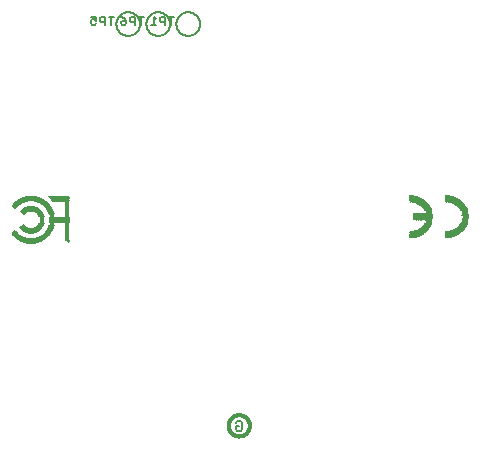
<source format=gbr>
G04 EAGLE Gerber RS-274X export*
G75*
%MOMM*%
%FSLAX34Y34*%
%LPD*%
%INSilkscreen Bottom*%
%IPPOS*%
%AMOC8*
5,1,8,0,0,1.08239X$1,22.5*%
G01*
%ADD10C,0.304800*%
%ADD11C,0.203200*%
%ADD12C,0.152400*%
%ADD13R,0.010000X0.010000*%
%ADD14R,0.020000X0.010000*%
%ADD15R,0.360000X0.010000*%
%ADD16R,0.570000X0.010000*%
%ADD17R,0.690000X0.010000*%
%ADD18R,0.800000X0.010000*%
%ADD19R,0.890000X0.010000*%
%ADD20R,0.960000X0.010000*%
%ADD21R,1.050000X0.010000*%
%ADD22R,1.130000X0.010000*%
%ADD23R,1.190000X0.010000*%
%ADD24R,0.050000X0.010000*%
%ADD25R,1.250000X0.010000*%
%ADD26R,1.320000X0.010000*%
%ADD27R,0.060000X0.010000*%
%ADD28R,1.370000X0.010000*%
%ADD29R,0.080000X0.010000*%
%ADD30R,1.430000X0.010000*%
%ADD31R,0.100000X0.010000*%
%ADD32R,1.480000X0.010000*%
%ADD33R,0.110000X0.010000*%
%ADD34R,1.530000X0.010000*%
%ADD35R,0.120000X0.010000*%
%ADD36R,1.580000X0.010000*%
%ADD37R,0.150000X0.010000*%
%ADD38R,1.630000X0.010000*%
%ADD39R,1.670000X0.010000*%
%ADD40R,0.170000X0.010000*%
%ADD41R,1.710000X0.010000*%
%ADD42R,0.180000X0.010000*%
%ADD43R,1.750000X0.010000*%
%ADD44R,0.200000X0.010000*%
%ADD45R,1.790000X0.010000*%
%ADD46R,0.220000X0.010000*%
%ADD47R,1.830000X0.010000*%
%ADD48R,0.230000X0.010000*%
%ADD49R,1.870000X0.010000*%
%ADD50R,0.240000X0.010000*%
%ADD51R,1.910000X0.010000*%
%ADD52R,0.260000X0.010000*%
%ADD53R,1.940000X0.010000*%
%ADD54R,0.280000X0.010000*%
%ADD55R,1.970000X0.010000*%
%ADD56R,0.290000X0.010000*%
%ADD57R,2.010000X0.010000*%
%ADD58R,0.300000X0.010000*%
%ADD59R,2.050000X0.010000*%
%ADD60R,0.320000X0.010000*%
%ADD61R,2.070000X0.010000*%
%ADD62R,0.340000X0.010000*%
%ADD63R,2.110000X0.010000*%
%ADD64R,0.350000X0.010000*%
%ADD65R,2.150000X0.010000*%
%ADD66R,2.170000X0.010000*%
%ADD67R,0.380000X0.010000*%
%ADD68R,2.210000X0.010000*%
%ADD69R,0.390000X0.010000*%
%ADD70R,2.230000X0.010000*%
%ADD71R,0.420000X0.010000*%
%ADD72R,2.260000X0.010000*%
%ADD73R,0.410000X0.010000*%
%ADD74R,2.290000X0.010000*%
%ADD75R,2.320000X0.010000*%
%ADD76R,2.350000X0.010000*%
%ADD77R,2.370000X0.010000*%
%ADD78R,2.410000X0.010000*%
%ADD79R,1.080000X0.010000*%
%ADD80R,1.000000X0.010000*%
%ADD81R,1.030000X0.010000*%
%ADD82R,0.400000X0.010000*%
%ADD83R,0.970000X0.010000*%
%ADD84R,0.940000X0.010000*%
%ADD85R,0.930000X0.010000*%
%ADD86R,0.910000X0.010000*%
%ADD87R,0.900000X0.010000*%
%ADD88R,0.880000X0.010000*%
%ADD89R,0.850000X0.010000*%
%ADD90R,0.830000X0.010000*%
%ADD91R,0.810000X0.010000*%
%ADD92R,0.790000X0.010000*%
%ADD93R,0.770000X0.010000*%
%ADD94R,0.780000X0.010000*%
%ADD95R,0.760000X0.010000*%
%ADD96R,0.750000X0.010000*%
%ADD97R,0.730000X0.010000*%
%ADD98R,0.720000X0.010000*%
%ADD99R,0.710000X0.010000*%
%ADD100R,0.700000X0.010000*%
%ADD101R,0.680000X0.010000*%
%ADD102R,0.670000X0.010000*%
%ADD103R,0.660000X0.010000*%
%ADD104R,0.650000X0.010000*%
%ADD105R,0.640000X0.010000*%
%ADD106R,0.630000X0.010000*%
%ADD107R,0.620000X0.010000*%
%ADD108R,0.610000X0.010000*%
%ADD109R,0.600000X0.010000*%
%ADD110R,0.590000X0.010000*%
%ADD111R,0.580000X0.010000*%
%ADD112R,0.550000X0.010000*%
%ADD113R,0.560000X0.010000*%
%ADD114R,0.540000X0.010000*%
%ADD115R,0.530000X0.010000*%
%ADD116R,0.500000X0.010000*%
%ADD117R,0.370000X0.010000*%
%ADD118R,0.490000X0.010000*%
%ADD119R,0.480000X0.010000*%
%ADD120R,0.470000X0.010000*%
%ADD121R,0.520000X0.010000*%
%ADD122R,0.440000X0.010000*%
%ADD123R,0.510000X0.010000*%
%ADD124R,0.870000X0.010000*%
%ADD125R,1.010000X0.010000*%
%ADD126R,0.210000X0.010000*%
%ADD127R,1.120000X0.010000*%
%ADD128R,0.190000X0.010000*%
%ADD129R,1.150000X0.010000*%
%ADD130R,0.140000X0.010000*%
%ADD131R,1.220000X0.010000*%
%ADD132R,1.280000X0.010000*%
%ADD133R,1.310000X0.010000*%
%ADD134R,1.340000X0.010000*%
%ADD135R,0.030000X0.010000*%
%ADD136R,1.360000X0.010000*%
%ADD137R,1.390000X0.010000*%
%ADD138R,1.410000X0.010000*%
%ADD139R,1.440000X0.010000*%
%ADD140R,0.460000X0.010000*%
%ADD141R,1.470000X0.010000*%
%ADD142R,1.490000X0.010000*%
%ADD143R,1.510000X0.010000*%
%ADD144R,1.550000X0.010000*%
%ADD145R,1.600000X0.010000*%
%ADD146R,1.620000X0.010000*%
%ADD147R,0.450000X0.010000*%
%ADD148R,1.640000X0.010000*%
%ADD149R,1.660000X0.010000*%
%ADD150R,1.680000X0.010000*%
%ADD151R,1.720000X0.010000*%
%ADD152R,1.730000X0.010000*%
%ADD153R,0.840000X0.010000*%
%ADD154R,0.740000X0.010000*%
%ADD155R,0.430000X0.010000*%
%ADD156R,0.330000X0.010000*%
%ADD157R,0.270000X0.010000*%
%ADD158R,0.250000X0.010000*%
%ADD159R,0.130000X0.010000*%
%ADD160R,0.090000X0.010000*%
%ADD161R,0.040000X0.010000*%
%ADD162R,0.070000X0.010000*%
%ADD163R,0.310000X0.010000*%
%ADD164R,0.820000X0.010000*%
%ADD165R,1.700000X0.010000*%
%ADD166R,1.650000X0.010000*%
%ADD167R,1.610000X0.010000*%
%ADD168R,1.570000X0.010000*%
%ADD169R,1.520000X0.010000*%
%ADD170R,1.450000X0.010000*%
%ADD171R,1.350000X0.010000*%
%ADD172R,1.290000X0.010000*%
%ADD173R,1.230000X0.010000*%
%ADD174R,1.170000X0.010000*%
%ADD175R,1.090000X0.010000*%
%ADD176R,0.860000X0.010000*%
%ADD177R,1.420000X0.010000*%
%ADD178R,0.920000X0.010000*%
%ADD179R,0.950000X0.010000*%
%ADD180R,1.020000X0.010000*%
%ADD181R,1.060000X0.010000*%
%ADD182R,2.390000X0.010000*%
%ADD183R,1.460000X0.010000*%
%ADD184R,2.330000X0.010000*%
%ADD185R,2.300000X0.010000*%
%ADD186R,2.270000X0.010000*%
%ADD187R,2.240000X0.010000*%
%ADD188R,1.500000X0.010000*%
%ADD189R,2.090000X0.010000*%
%ADD190R,1.540000X0.010000*%
%ADD191R,1.980000X0.010000*%
%ADD192R,1.950000X0.010000*%
%ADD193R,1.840000X0.010000*%
%ADD194R,1.800000X0.010000*%
%ADD195R,1.590000X0.010000*%
%ADD196R,1.760000X0.010000*%
%ADD197R,1.330000X0.010000*%
%ADD198R,1.270000X0.010000*%
%ADD199R,1.210000X0.010000*%
%ADD200R,1.690000X0.010000*%
%ADD201R,0.990000X0.010000*%
%ADD202R,1.100000X0.010000*%
%ADD203R,1.160000X0.010000*%
%ADD204R,1.180000X0.010000*%
%ADD205R,1.200000X0.010000*%
%ADD206R,1.240000X0.010000*%
%ADD207R,1.260000X0.010000*%
%ADD208R,1.300000X0.010000*%
%ADD209R,1.380000X0.010000*%
%ADD210R,1.400000X0.010000*%
%ADD211R,1.140000X0.010000*%
%ADD212R,1.110000X0.010000*%
%ADD213R,1.040000X0.010000*%
%ADD214R,1.070000X0.010000*%
%ADD215R,0.980000X0.010000*%
%ADD216R,0.160000X0.010000*%


D10*
X-8980Y-241300D02*
X-8977Y-241080D01*
X-8969Y-240859D01*
X-8956Y-240639D01*
X-8937Y-240420D01*
X-8912Y-240201D01*
X-8883Y-239982D01*
X-8848Y-239765D01*
X-8807Y-239548D01*
X-8762Y-239332D01*
X-8711Y-239118D01*
X-8655Y-238905D01*
X-8593Y-238693D01*
X-8527Y-238483D01*
X-8455Y-238275D01*
X-8378Y-238068D01*
X-8296Y-237864D01*
X-8210Y-237661D01*
X-8118Y-237461D01*
X-8021Y-237262D01*
X-7920Y-237067D01*
X-7813Y-236874D01*
X-7702Y-236683D01*
X-7587Y-236496D01*
X-7467Y-236311D01*
X-7342Y-236129D01*
X-7213Y-235951D01*
X-7079Y-235775D01*
X-6942Y-235603D01*
X-6800Y-235435D01*
X-6654Y-235269D01*
X-6504Y-235108D01*
X-6350Y-234950D01*
X-6192Y-234796D01*
X-6031Y-234646D01*
X-5865Y-234500D01*
X-5697Y-234358D01*
X-5525Y-234221D01*
X-5349Y-234087D01*
X-5171Y-233958D01*
X-4989Y-233833D01*
X-4804Y-233713D01*
X-4617Y-233598D01*
X-4426Y-233487D01*
X-4233Y-233380D01*
X-4038Y-233279D01*
X-3839Y-233182D01*
X-3639Y-233090D01*
X-3436Y-233004D01*
X-3232Y-232922D01*
X-3025Y-232845D01*
X-2817Y-232773D01*
X-2607Y-232707D01*
X-2395Y-232645D01*
X-2182Y-232589D01*
X-1968Y-232538D01*
X-1752Y-232493D01*
X-1535Y-232452D01*
X-1318Y-232417D01*
X-1099Y-232388D01*
X-880Y-232363D01*
X-661Y-232344D01*
X-441Y-232331D01*
X-220Y-232323D01*
X0Y-232320D01*
X220Y-232323D01*
X441Y-232331D01*
X661Y-232344D01*
X880Y-232363D01*
X1099Y-232388D01*
X1318Y-232417D01*
X1535Y-232452D01*
X1752Y-232493D01*
X1968Y-232538D01*
X2182Y-232589D01*
X2395Y-232645D01*
X2607Y-232707D01*
X2817Y-232773D01*
X3025Y-232845D01*
X3232Y-232922D01*
X3436Y-233004D01*
X3639Y-233090D01*
X3839Y-233182D01*
X4038Y-233279D01*
X4233Y-233380D01*
X4426Y-233487D01*
X4617Y-233598D01*
X4804Y-233713D01*
X4989Y-233833D01*
X5171Y-233958D01*
X5349Y-234087D01*
X5525Y-234221D01*
X5697Y-234358D01*
X5865Y-234500D01*
X6031Y-234646D01*
X6192Y-234796D01*
X6350Y-234950D01*
X6504Y-235108D01*
X6654Y-235269D01*
X6800Y-235435D01*
X6942Y-235603D01*
X7079Y-235775D01*
X7213Y-235951D01*
X7342Y-236129D01*
X7467Y-236311D01*
X7587Y-236496D01*
X7702Y-236683D01*
X7813Y-236874D01*
X7920Y-237067D01*
X8021Y-237262D01*
X8118Y-237461D01*
X8210Y-237661D01*
X8296Y-237864D01*
X8378Y-238068D01*
X8455Y-238275D01*
X8527Y-238483D01*
X8593Y-238693D01*
X8655Y-238905D01*
X8711Y-239118D01*
X8762Y-239332D01*
X8807Y-239548D01*
X8848Y-239765D01*
X8883Y-239982D01*
X8912Y-240201D01*
X8937Y-240420D01*
X8956Y-240639D01*
X8969Y-240859D01*
X8977Y-241080D01*
X8980Y-241300D01*
X8977Y-241520D01*
X8969Y-241741D01*
X8956Y-241961D01*
X8937Y-242180D01*
X8912Y-242399D01*
X8883Y-242618D01*
X8848Y-242835D01*
X8807Y-243052D01*
X8762Y-243268D01*
X8711Y-243482D01*
X8655Y-243695D01*
X8593Y-243907D01*
X8527Y-244117D01*
X8455Y-244325D01*
X8378Y-244532D01*
X8296Y-244736D01*
X8210Y-244939D01*
X8118Y-245139D01*
X8021Y-245338D01*
X7920Y-245533D01*
X7813Y-245726D01*
X7702Y-245917D01*
X7587Y-246104D01*
X7467Y-246289D01*
X7342Y-246471D01*
X7213Y-246649D01*
X7079Y-246825D01*
X6942Y-246997D01*
X6800Y-247165D01*
X6654Y-247331D01*
X6504Y-247492D01*
X6350Y-247650D01*
X6192Y-247804D01*
X6031Y-247954D01*
X5865Y-248100D01*
X5697Y-248242D01*
X5525Y-248379D01*
X5349Y-248513D01*
X5171Y-248642D01*
X4989Y-248767D01*
X4804Y-248887D01*
X4617Y-249002D01*
X4426Y-249113D01*
X4233Y-249220D01*
X4038Y-249321D01*
X3839Y-249418D01*
X3639Y-249510D01*
X3436Y-249596D01*
X3232Y-249678D01*
X3025Y-249755D01*
X2817Y-249827D01*
X2607Y-249893D01*
X2395Y-249955D01*
X2182Y-250011D01*
X1968Y-250062D01*
X1752Y-250107D01*
X1535Y-250148D01*
X1318Y-250183D01*
X1099Y-250212D01*
X880Y-250237D01*
X661Y-250256D01*
X441Y-250269D01*
X220Y-250277D01*
X0Y-250280D01*
X-220Y-250277D01*
X-441Y-250269D01*
X-661Y-250256D01*
X-880Y-250237D01*
X-1099Y-250212D01*
X-1318Y-250183D01*
X-1535Y-250148D01*
X-1752Y-250107D01*
X-1968Y-250062D01*
X-2182Y-250011D01*
X-2395Y-249955D01*
X-2607Y-249893D01*
X-2817Y-249827D01*
X-3025Y-249755D01*
X-3232Y-249678D01*
X-3436Y-249596D01*
X-3639Y-249510D01*
X-3839Y-249418D01*
X-4038Y-249321D01*
X-4233Y-249220D01*
X-4426Y-249113D01*
X-4617Y-249002D01*
X-4804Y-248887D01*
X-4989Y-248767D01*
X-5171Y-248642D01*
X-5349Y-248513D01*
X-5525Y-248379D01*
X-5697Y-248242D01*
X-5865Y-248100D01*
X-6031Y-247954D01*
X-6192Y-247804D01*
X-6350Y-247650D01*
X-6504Y-247492D01*
X-6654Y-247331D01*
X-6800Y-247165D01*
X-6942Y-246997D01*
X-7079Y-246825D01*
X-7213Y-246649D01*
X-7342Y-246471D01*
X-7467Y-246289D01*
X-7587Y-246104D01*
X-7702Y-245917D01*
X-7813Y-245726D01*
X-7920Y-245533D01*
X-8021Y-245338D01*
X-8118Y-245139D01*
X-8210Y-244939D01*
X-8296Y-244736D01*
X-8378Y-244532D01*
X-8455Y-244325D01*
X-8527Y-244117D01*
X-8593Y-243907D01*
X-8655Y-243695D01*
X-8711Y-243482D01*
X-8762Y-243268D01*
X-8807Y-243052D01*
X-8848Y-242835D01*
X-8883Y-242618D01*
X-8912Y-242399D01*
X-8937Y-242180D01*
X-8956Y-241961D01*
X-8969Y-241741D01*
X-8977Y-241520D01*
X-8980Y-241300D01*
D11*
X-2883Y-238585D02*
X-1527Y-237229D01*
X1184Y-237229D01*
X2540Y-238585D01*
X2540Y-244008D01*
X1184Y-245364D01*
X-1527Y-245364D01*
X-2883Y-244008D01*
X-2883Y-241297D01*
X-172Y-241297D01*
X-103980Y99060D02*
X-103977Y99305D01*
X-103968Y99551D01*
X-103953Y99796D01*
X-103932Y100040D01*
X-103905Y100284D01*
X-103872Y100527D01*
X-103833Y100770D01*
X-103788Y101011D01*
X-103737Y101251D01*
X-103680Y101490D01*
X-103618Y101727D01*
X-103549Y101963D01*
X-103475Y102197D01*
X-103395Y102429D01*
X-103310Y102659D01*
X-103219Y102887D01*
X-103122Y103112D01*
X-103020Y103336D01*
X-102912Y103556D01*
X-102799Y103774D01*
X-102681Y103989D01*
X-102557Y104201D01*
X-102429Y104410D01*
X-102295Y104616D01*
X-102156Y104818D01*
X-102012Y105017D01*
X-101863Y105212D01*
X-101710Y105404D01*
X-101552Y105592D01*
X-101390Y105776D01*
X-101222Y105955D01*
X-101051Y106131D01*
X-100875Y106302D01*
X-100696Y106470D01*
X-100512Y106632D01*
X-100324Y106790D01*
X-100132Y106943D01*
X-99937Y107092D01*
X-99738Y107236D01*
X-99536Y107375D01*
X-99330Y107509D01*
X-99121Y107637D01*
X-98909Y107761D01*
X-98694Y107879D01*
X-98476Y107992D01*
X-98256Y108100D01*
X-98032Y108202D01*
X-97807Y108299D01*
X-97579Y108390D01*
X-97349Y108475D01*
X-97117Y108555D01*
X-96883Y108629D01*
X-96647Y108698D01*
X-96410Y108760D01*
X-96171Y108817D01*
X-95931Y108868D01*
X-95690Y108913D01*
X-95447Y108952D01*
X-95204Y108985D01*
X-94960Y109012D01*
X-94716Y109033D01*
X-94471Y109048D01*
X-94225Y109057D01*
X-93980Y109060D01*
X-93735Y109057D01*
X-93489Y109048D01*
X-93244Y109033D01*
X-93000Y109012D01*
X-92756Y108985D01*
X-92513Y108952D01*
X-92270Y108913D01*
X-92029Y108868D01*
X-91789Y108817D01*
X-91550Y108760D01*
X-91313Y108698D01*
X-91077Y108629D01*
X-90843Y108555D01*
X-90611Y108475D01*
X-90381Y108390D01*
X-90153Y108299D01*
X-89928Y108202D01*
X-89704Y108100D01*
X-89484Y107992D01*
X-89266Y107879D01*
X-89051Y107761D01*
X-88839Y107637D01*
X-88630Y107509D01*
X-88424Y107375D01*
X-88222Y107236D01*
X-88023Y107092D01*
X-87828Y106943D01*
X-87636Y106790D01*
X-87448Y106632D01*
X-87264Y106470D01*
X-87085Y106302D01*
X-86909Y106131D01*
X-86738Y105955D01*
X-86570Y105776D01*
X-86408Y105592D01*
X-86250Y105404D01*
X-86097Y105212D01*
X-85948Y105017D01*
X-85804Y104818D01*
X-85665Y104616D01*
X-85531Y104410D01*
X-85403Y104201D01*
X-85279Y103989D01*
X-85161Y103774D01*
X-85048Y103556D01*
X-84940Y103336D01*
X-84838Y103112D01*
X-84741Y102887D01*
X-84650Y102659D01*
X-84565Y102429D01*
X-84485Y102197D01*
X-84411Y101963D01*
X-84342Y101727D01*
X-84280Y101490D01*
X-84223Y101251D01*
X-84172Y101011D01*
X-84127Y100770D01*
X-84088Y100527D01*
X-84055Y100284D01*
X-84028Y100040D01*
X-84007Y99796D01*
X-83992Y99551D01*
X-83983Y99305D01*
X-83980Y99060D01*
X-83983Y98815D01*
X-83992Y98569D01*
X-84007Y98324D01*
X-84028Y98080D01*
X-84055Y97836D01*
X-84088Y97593D01*
X-84127Y97350D01*
X-84172Y97109D01*
X-84223Y96869D01*
X-84280Y96630D01*
X-84342Y96393D01*
X-84411Y96157D01*
X-84485Y95923D01*
X-84565Y95691D01*
X-84650Y95461D01*
X-84741Y95233D01*
X-84838Y95008D01*
X-84940Y94784D01*
X-85048Y94564D01*
X-85161Y94346D01*
X-85279Y94131D01*
X-85403Y93919D01*
X-85531Y93710D01*
X-85665Y93504D01*
X-85804Y93302D01*
X-85948Y93103D01*
X-86097Y92908D01*
X-86250Y92716D01*
X-86408Y92528D01*
X-86570Y92344D01*
X-86738Y92165D01*
X-86909Y91989D01*
X-87085Y91818D01*
X-87264Y91650D01*
X-87448Y91488D01*
X-87636Y91330D01*
X-87828Y91177D01*
X-88023Y91028D01*
X-88222Y90884D01*
X-88424Y90745D01*
X-88630Y90611D01*
X-88839Y90483D01*
X-89051Y90359D01*
X-89266Y90241D01*
X-89484Y90128D01*
X-89704Y90020D01*
X-89928Y89918D01*
X-90153Y89821D01*
X-90381Y89730D01*
X-90611Y89645D01*
X-90843Y89565D01*
X-91077Y89491D01*
X-91313Y89422D01*
X-91550Y89360D01*
X-91789Y89303D01*
X-92029Y89252D01*
X-92270Y89207D01*
X-92513Y89168D01*
X-92756Y89135D01*
X-93000Y89108D01*
X-93244Y89087D01*
X-93489Y89072D01*
X-93735Y89063D01*
X-93980Y89060D01*
X-94225Y89063D01*
X-94471Y89072D01*
X-94716Y89087D01*
X-94960Y89108D01*
X-95204Y89135D01*
X-95447Y89168D01*
X-95690Y89207D01*
X-95931Y89252D01*
X-96171Y89303D01*
X-96410Y89360D01*
X-96647Y89422D01*
X-96883Y89491D01*
X-97117Y89565D01*
X-97349Y89645D01*
X-97579Y89730D01*
X-97807Y89821D01*
X-98032Y89918D01*
X-98256Y90020D01*
X-98476Y90128D01*
X-98694Y90241D01*
X-98909Y90359D01*
X-99121Y90483D01*
X-99330Y90611D01*
X-99536Y90745D01*
X-99738Y90884D01*
X-99937Y91028D01*
X-100132Y91177D01*
X-100324Y91330D01*
X-100512Y91488D01*
X-100696Y91650D01*
X-100875Y91818D01*
X-101051Y91989D01*
X-101222Y92165D01*
X-101390Y92344D01*
X-101552Y92528D01*
X-101710Y92716D01*
X-101863Y92908D01*
X-102012Y93103D01*
X-102156Y93302D01*
X-102295Y93504D01*
X-102429Y93710D01*
X-102557Y93919D01*
X-102681Y94131D01*
X-102799Y94346D01*
X-102912Y94564D01*
X-103020Y94784D01*
X-103122Y95008D01*
X-103219Y95233D01*
X-103310Y95461D01*
X-103395Y95691D01*
X-103475Y95923D01*
X-103549Y96157D01*
X-103618Y96393D01*
X-103680Y96630D01*
X-103737Y96869D01*
X-103788Y97109D01*
X-103833Y97350D01*
X-103872Y97593D01*
X-103905Y97836D01*
X-103932Y98080D01*
X-103953Y98324D01*
X-103968Y98569D01*
X-103977Y98815D01*
X-103980Y99060D01*
D12*
X-108375Y98552D02*
X-108375Y105162D01*
X-106172Y105162D02*
X-110578Y105162D01*
X-113656Y105162D02*
X-113656Y98552D01*
X-113656Y105162D02*
X-116961Y105162D01*
X-118063Y104060D01*
X-118063Y101857D01*
X-116961Y100755D01*
X-113656Y100755D01*
X-121140Y105162D02*
X-125547Y105162D01*
X-121140Y105162D02*
X-121140Y101857D01*
X-123344Y102958D01*
X-124445Y102958D01*
X-125547Y101857D01*
X-125547Y99654D01*
X-124445Y98552D01*
X-122242Y98552D01*
X-121140Y99654D01*
D11*
X-78580Y99060D02*
X-78577Y99305D01*
X-78568Y99551D01*
X-78553Y99796D01*
X-78532Y100040D01*
X-78505Y100284D01*
X-78472Y100527D01*
X-78433Y100770D01*
X-78388Y101011D01*
X-78337Y101251D01*
X-78280Y101490D01*
X-78218Y101727D01*
X-78149Y101963D01*
X-78075Y102197D01*
X-77995Y102429D01*
X-77910Y102659D01*
X-77819Y102887D01*
X-77722Y103112D01*
X-77620Y103336D01*
X-77512Y103556D01*
X-77399Y103774D01*
X-77281Y103989D01*
X-77157Y104201D01*
X-77029Y104410D01*
X-76895Y104616D01*
X-76756Y104818D01*
X-76612Y105017D01*
X-76463Y105212D01*
X-76310Y105404D01*
X-76152Y105592D01*
X-75990Y105776D01*
X-75822Y105955D01*
X-75651Y106131D01*
X-75475Y106302D01*
X-75296Y106470D01*
X-75112Y106632D01*
X-74924Y106790D01*
X-74732Y106943D01*
X-74537Y107092D01*
X-74338Y107236D01*
X-74136Y107375D01*
X-73930Y107509D01*
X-73721Y107637D01*
X-73509Y107761D01*
X-73294Y107879D01*
X-73076Y107992D01*
X-72856Y108100D01*
X-72632Y108202D01*
X-72407Y108299D01*
X-72179Y108390D01*
X-71949Y108475D01*
X-71717Y108555D01*
X-71483Y108629D01*
X-71247Y108698D01*
X-71010Y108760D01*
X-70771Y108817D01*
X-70531Y108868D01*
X-70290Y108913D01*
X-70047Y108952D01*
X-69804Y108985D01*
X-69560Y109012D01*
X-69316Y109033D01*
X-69071Y109048D01*
X-68825Y109057D01*
X-68580Y109060D01*
X-68335Y109057D01*
X-68089Y109048D01*
X-67844Y109033D01*
X-67600Y109012D01*
X-67356Y108985D01*
X-67113Y108952D01*
X-66870Y108913D01*
X-66629Y108868D01*
X-66389Y108817D01*
X-66150Y108760D01*
X-65913Y108698D01*
X-65677Y108629D01*
X-65443Y108555D01*
X-65211Y108475D01*
X-64981Y108390D01*
X-64753Y108299D01*
X-64528Y108202D01*
X-64304Y108100D01*
X-64084Y107992D01*
X-63866Y107879D01*
X-63651Y107761D01*
X-63439Y107637D01*
X-63230Y107509D01*
X-63024Y107375D01*
X-62822Y107236D01*
X-62623Y107092D01*
X-62428Y106943D01*
X-62236Y106790D01*
X-62048Y106632D01*
X-61864Y106470D01*
X-61685Y106302D01*
X-61509Y106131D01*
X-61338Y105955D01*
X-61170Y105776D01*
X-61008Y105592D01*
X-60850Y105404D01*
X-60697Y105212D01*
X-60548Y105017D01*
X-60404Y104818D01*
X-60265Y104616D01*
X-60131Y104410D01*
X-60003Y104201D01*
X-59879Y103989D01*
X-59761Y103774D01*
X-59648Y103556D01*
X-59540Y103336D01*
X-59438Y103112D01*
X-59341Y102887D01*
X-59250Y102659D01*
X-59165Y102429D01*
X-59085Y102197D01*
X-59011Y101963D01*
X-58942Y101727D01*
X-58880Y101490D01*
X-58823Y101251D01*
X-58772Y101011D01*
X-58727Y100770D01*
X-58688Y100527D01*
X-58655Y100284D01*
X-58628Y100040D01*
X-58607Y99796D01*
X-58592Y99551D01*
X-58583Y99305D01*
X-58580Y99060D01*
X-58583Y98815D01*
X-58592Y98569D01*
X-58607Y98324D01*
X-58628Y98080D01*
X-58655Y97836D01*
X-58688Y97593D01*
X-58727Y97350D01*
X-58772Y97109D01*
X-58823Y96869D01*
X-58880Y96630D01*
X-58942Y96393D01*
X-59011Y96157D01*
X-59085Y95923D01*
X-59165Y95691D01*
X-59250Y95461D01*
X-59341Y95233D01*
X-59438Y95008D01*
X-59540Y94784D01*
X-59648Y94564D01*
X-59761Y94346D01*
X-59879Y94131D01*
X-60003Y93919D01*
X-60131Y93710D01*
X-60265Y93504D01*
X-60404Y93302D01*
X-60548Y93103D01*
X-60697Y92908D01*
X-60850Y92716D01*
X-61008Y92528D01*
X-61170Y92344D01*
X-61338Y92165D01*
X-61509Y91989D01*
X-61685Y91818D01*
X-61864Y91650D01*
X-62048Y91488D01*
X-62236Y91330D01*
X-62428Y91177D01*
X-62623Y91028D01*
X-62822Y90884D01*
X-63024Y90745D01*
X-63230Y90611D01*
X-63439Y90483D01*
X-63651Y90359D01*
X-63866Y90241D01*
X-64084Y90128D01*
X-64304Y90020D01*
X-64528Y89918D01*
X-64753Y89821D01*
X-64981Y89730D01*
X-65211Y89645D01*
X-65443Y89565D01*
X-65677Y89491D01*
X-65913Y89422D01*
X-66150Y89360D01*
X-66389Y89303D01*
X-66629Y89252D01*
X-66870Y89207D01*
X-67113Y89168D01*
X-67356Y89135D01*
X-67600Y89108D01*
X-67844Y89087D01*
X-68089Y89072D01*
X-68335Y89063D01*
X-68580Y89060D01*
X-68825Y89063D01*
X-69071Y89072D01*
X-69316Y89087D01*
X-69560Y89108D01*
X-69804Y89135D01*
X-70047Y89168D01*
X-70290Y89207D01*
X-70531Y89252D01*
X-70771Y89303D01*
X-71010Y89360D01*
X-71247Y89422D01*
X-71483Y89491D01*
X-71717Y89565D01*
X-71949Y89645D01*
X-72179Y89730D01*
X-72407Y89821D01*
X-72632Y89918D01*
X-72856Y90020D01*
X-73076Y90128D01*
X-73294Y90241D01*
X-73509Y90359D01*
X-73721Y90483D01*
X-73930Y90611D01*
X-74136Y90745D01*
X-74338Y90884D01*
X-74537Y91028D01*
X-74732Y91177D01*
X-74924Y91330D01*
X-75112Y91488D01*
X-75296Y91650D01*
X-75475Y91818D01*
X-75651Y91989D01*
X-75822Y92165D01*
X-75990Y92344D01*
X-76152Y92528D01*
X-76310Y92716D01*
X-76463Y92908D01*
X-76612Y93103D01*
X-76756Y93302D01*
X-76895Y93504D01*
X-77029Y93710D01*
X-77157Y93919D01*
X-77281Y94131D01*
X-77399Y94346D01*
X-77512Y94564D01*
X-77620Y94784D01*
X-77722Y95008D01*
X-77819Y95233D01*
X-77910Y95461D01*
X-77995Y95691D01*
X-78075Y95923D01*
X-78149Y96157D01*
X-78218Y96393D01*
X-78280Y96630D01*
X-78337Y96869D01*
X-78388Y97109D01*
X-78433Y97350D01*
X-78472Y97593D01*
X-78505Y97836D01*
X-78532Y98080D01*
X-78553Y98324D01*
X-78568Y98569D01*
X-78577Y98815D01*
X-78580Y99060D01*
D12*
X-82975Y98552D02*
X-82975Y105162D01*
X-80772Y105162D02*
X-85178Y105162D01*
X-88256Y105162D02*
X-88256Y98552D01*
X-88256Y105162D02*
X-91561Y105162D01*
X-92663Y104060D01*
X-92663Y101857D01*
X-91561Y100755D01*
X-88256Y100755D01*
X-97944Y104060D02*
X-100147Y105162D01*
X-97944Y104060D02*
X-95740Y101857D01*
X-95740Y99654D01*
X-96842Y98552D01*
X-99045Y98552D01*
X-100147Y99654D01*
X-100147Y100755D01*
X-99045Y101857D01*
X-95740Y101857D01*
D11*
X-53180Y99060D02*
X-53177Y99305D01*
X-53168Y99551D01*
X-53153Y99796D01*
X-53132Y100040D01*
X-53105Y100284D01*
X-53072Y100527D01*
X-53033Y100770D01*
X-52988Y101011D01*
X-52937Y101251D01*
X-52880Y101490D01*
X-52818Y101727D01*
X-52749Y101963D01*
X-52675Y102197D01*
X-52595Y102429D01*
X-52510Y102659D01*
X-52419Y102887D01*
X-52322Y103112D01*
X-52220Y103336D01*
X-52112Y103556D01*
X-51999Y103774D01*
X-51881Y103989D01*
X-51757Y104201D01*
X-51629Y104410D01*
X-51495Y104616D01*
X-51356Y104818D01*
X-51212Y105017D01*
X-51063Y105212D01*
X-50910Y105404D01*
X-50752Y105592D01*
X-50590Y105776D01*
X-50422Y105955D01*
X-50251Y106131D01*
X-50075Y106302D01*
X-49896Y106470D01*
X-49712Y106632D01*
X-49524Y106790D01*
X-49332Y106943D01*
X-49137Y107092D01*
X-48938Y107236D01*
X-48736Y107375D01*
X-48530Y107509D01*
X-48321Y107637D01*
X-48109Y107761D01*
X-47894Y107879D01*
X-47676Y107992D01*
X-47456Y108100D01*
X-47232Y108202D01*
X-47007Y108299D01*
X-46779Y108390D01*
X-46549Y108475D01*
X-46317Y108555D01*
X-46083Y108629D01*
X-45847Y108698D01*
X-45610Y108760D01*
X-45371Y108817D01*
X-45131Y108868D01*
X-44890Y108913D01*
X-44647Y108952D01*
X-44404Y108985D01*
X-44160Y109012D01*
X-43916Y109033D01*
X-43671Y109048D01*
X-43425Y109057D01*
X-43180Y109060D01*
X-42935Y109057D01*
X-42689Y109048D01*
X-42444Y109033D01*
X-42200Y109012D01*
X-41956Y108985D01*
X-41713Y108952D01*
X-41470Y108913D01*
X-41229Y108868D01*
X-40989Y108817D01*
X-40750Y108760D01*
X-40513Y108698D01*
X-40277Y108629D01*
X-40043Y108555D01*
X-39811Y108475D01*
X-39581Y108390D01*
X-39353Y108299D01*
X-39128Y108202D01*
X-38904Y108100D01*
X-38684Y107992D01*
X-38466Y107879D01*
X-38251Y107761D01*
X-38039Y107637D01*
X-37830Y107509D01*
X-37624Y107375D01*
X-37422Y107236D01*
X-37223Y107092D01*
X-37028Y106943D01*
X-36836Y106790D01*
X-36648Y106632D01*
X-36464Y106470D01*
X-36285Y106302D01*
X-36109Y106131D01*
X-35938Y105955D01*
X-35770Y105776D01*
X-35608Y105592D01*
X-35450Y105404D01*
X-35297Y105212D01*
X-35148Y105017D01*
X-35004Y104818D01*
X-34865Y104616D01*
X-34731Y104410D01*
X-34603Y104201D01*
X-34479Y103989D01*
X-34361Y103774D01*
X-34248Y103556D01*
X-34140Y103336D01*
X-34038Y103112D01*
X-33941Y102887D01*
X-33850Y102659D01*
X-33765Y102429D01*
X-33685Y102197D01*
X-33611Y101963D01*
X-33542Y101727D01*
X-33480Y101490D01*
X-33423Y101251D01*
X-33372Y101011D01*
X-33327Y100770D01*
X-33288Y100527D01*
X-33255Y100284D01*
X-33228Y100040D01*
X-33207Y99796D01*
X-33192Y99551D01*
X-33183Y99305D01*
X-33180Y99060D01*
X-33183Y98815D01*
X-33192Y98569D01*
X-33207Y98324D01*
X-33228Y98080D01*
X-33255Y97836D01*
X-33288Y97593D01*
X-33327Y97350D01*
X-33372Y97109D01*
X-33423Y96869D01*
X-33480Y96630D01*
X-33542Y96393D01*
X-33611Y96157D01*
X-33685Y95923D01*
X-33765Y95691D01*
X-33850Y95461D01*
X-33941Y95233D01*
X-34038Y95008D01*
X-34140Y94784D01*
X-34248Y94564D01*
X-34361Y94346D01*
X-34479Y94131D01*
X-34603Y93919D01*
X-34731Y93710D01*
X-34865Y93504D01*
X-35004Y93302D01*
X-35148Y93103D01*
X-35297Y92908D01*
X-35450Y92716D01*
X-35608Y92528D01*
X-35770Y92344D01*
X-35938Y92165D01*
X-36109Y91989D01*
X-36285Y91818D01*
X-36464Y91650D01*
X-36648Y91488D01*
X-36836Y91330D01*
X-37028Y91177D01*
X-37223Y91028D01*
X-37422Y90884D01*
X-37624Y90745D01*
X-37830Y90611D01*
X-38039Y90483D01*
X-38251Y90359D01*
X-38466Y90241D01*
X-38684Y90128D01*
X-38904Y90020D01*
X-39128Y89918D01*
X-39353Y89821D01*
X-39581Y89730D01*
X-39811Y89645D01*
X-40043Y89565D01*
X-40277Y89491D01*
X-40513Y89422D01*
X-40750Y89360D01*
X-40989Y89303D01*
X-41229Y89252D01*
X-41470Y89207D01*
X-41713Y89168D01*
X-41956Y89135D01*
X-42200Y89108D01*
X-42444Y89087D01*
X-42689Y89072D01*
X-42935Y89063D01*
X-43180Y89060D01*
X-43425Y89063D01*
X-43671Y89072D01*
X-43916Y89087D01*
X-44160Y89108D01*
X-44404Y89135D01*
X-44647Y89168D01*
X-44890Y89207D01*
X-45131Y89252D01*
X-45371Y89303D01*
X-45610Y89360D01*
X-45847Y89422D01*
X-46083Y89491D01*
X-46317Y89565D01*
X-46549Y89645D01*
X-46779Y89730D01*
X-47007Y89821D01*
X-47232Y89918D01*
X-47456Y90020D01*
X-47676Y90128D01*
X-47894Y90241D01*
X-48109Y90359D01*
X-48321Y90483D01*
X-48530Y90611D01*
X-48736Y90745D01*
X-48938Y90884D01*
X-49137Y91028D01*
X-49332Y91177D01*
X-49524Y91330D01*
X-49712Y91488D01*
X-49896Y91650D01*
X-50075Y91818D01*
X-50251Y91989D01*
X-50422Y92165D01*
X-50590Y92344D01*
X-50752Y92528D01*
X-50910Y92716D01*
X-51063Y92908D01*
X-51212Y93103D01*
X-51356Y93302D01*
X-51495Y93504D01*
X-51629Y93710D01*
X-51757Y93919D01*
X-51881Y94131D01*
X-51999Y94346D01*
X-52112Y94564D01*
X-52220Y94784D01*
X-52322Y95008D01*
X-52419Y95233D01*
X-52510Y95461D01*
X-52595Y95691D01*
X-52675Y95923D01*
X-52749Y96157D01*
X-52818Y96393D01*
X-52880Y96630D01*
X-52937Y96869D01*
X-52988Y97109D01*
X-53033Y97350D01*
X-53072Y97593D01*
X-53105Y97836D01*
X-53132Y98080D01*
X-53153Y98324D01*
X-53168Y98569D01*
X-53177Y98815D01*
X-53180Y99060D01*
D12*
X-57575Y98552D02*
X-57575Y105162D01*
X-55372Y105162D02*
X-59778Y105162D01*
X-62856Y105162D02*
X-62856Y98552D01*
X-62856Y105162D02*
X-66161Y105162D01*
X-67263Y104060D01*
X-67263Y101857D01*
X-66161Y100755D01*
X-62856Y100755D01*
X-70340Y102958D02*
X-72544Y105162D01*
X-72544Y98552D01*
X-74747Y98552D02*
X-70340Y98552D01*
D13*
X-175710Y-87330D03*
X-176010Y-87330D03*
X-176210Y-87330D03*
X-176510Y-87330D03*
X-176710Y-87330D03*
X-177010Y-87330D03*
D14*
X-174260Y-87230D03*
D15*
X-176260Y-87230D03*
D13*
X-178210Y-87230D03*
X-178410Y-87230D03*
D16*
X-176210Y-87130D03*
D17*
X-176210Y-87030D03*
D13*
X-179810Y-87030D03*
D18*
X-176260Y-86930D03*
D19*
X-176310Y-86830D03*
D13*
X-171410Y-86730D03*
D20*
X-176360Y-86730D03*
D21*
X-176310Y-86630D03*
D22*
X-176310Y-86530D03*
D14*
X-144160Y-86430D03*
D23*
X-176310Y-86430D03*
D24*
X-144210Y-86330D03*
D25*
X-176310Y-86330D03*
D24*
X-144310Y-86230D03*
D26*
X-176260Y-86230D03*
D27*
X-144360Y-86130D03*
D28*
X-176310Y-86130D03*
D29*
X-144460Y-86030D03*
D30*
X-176310Y-86030D03*
D31*
X-144460Y-85930D03*
D32*
X-176260Y-85930D03*
D33*
X-144610Y-85830D03*
D34*
X-176310Y-85830D03*
D35*
X-144660Y-85730D03*
D36*
X-176260Y-85730D03*
D37*
X-144710Y-85630D03*
D38*
X-176310Y-85630D03*
D37*
X-144810Y-85530D03*
D39*
X-176310Y-85530D03*
D40*
X-144910Y-85430D03*
D41*
X-176310Y-85430D03*
D42*
X-144960Y-85330D03*
D43*
X-176310Y-85330D03*
D44*
X-145060Y-85230D03*
D45*
X-176310Y-85230D03*
D46*
X-145060Y-85130D03*
D47*
X-176310Y-85130D03*
D48*
X-145210Y-85030D03*
D49*
X-176310Y-85030D03*
D50*
X-145260Y-84930D03*
D51*
X-176310Y-84930D03*
D52*
X-145360Y-84830D03*
D53*
X-176360Y-84830D03*
D54*
X-145360Y-84730D03*
D55*
X-176310Y-84730D03*
D56*
X-145510Y-84630D03*
D57*
X-176310Y-84630D03*
D58*
X-145560Y-84530D03*
D59*
X-176310Y-84530D03*
D60*
X-145660Y-84430D03*
D61*
X-176310Y-84430D03*
D62*
X-145660Y-84330D03*
D63*
X-176310Y-84330D03*
D64*
X-145810Y-84230D03*
D65*
X-176310Y-84230D03*
D15*
X-145860Y-84130D03*
D66*
X-176310Y-84130D03*
D67*
X-145960Y-84030D03*
D68*
X-176310Y-84030D03*
D69*
X-146010Y-83930D03*
D70*
X-176310Y-83930D03*
D71*
X-146060Y-83830D03*
D72*
X-176260Y-83830D03*
D73*
X-146110Y-83730D03*
D74*
X-176310Y-83730D03*
D73*
X-146110Y-83630D03*
D75*
X-176360Y-83630D03*
D73*
X-146010Y-83530D03*
D76*
X-176310Y-83530D03*
D73*
X-146110Y-83430D03*
D77*
X-176310Y-83430D03*
D73*
X-146110Y-83330D03*
D78*
X-176310Y-83330D03*
D73*
X-146110Y-83230D03*
D79*
X-169560Y-83230D03*
D13*
X-175110Y-83230D03*
X-175310Y-83230D03*
X-176710Y-83230D03*
X-177210Y-83230D03*
X-177510Y-83230D03*
D79*
X-183060Y-83230D03*
D71*
X-146060Y-83130D03*
D80*
X-169060Y-83130D03*
D13*
X-174210Y-83130D03*
D81*
X-183410Y-83130D03*
D82*
X-146060Y-83030D03*
D83*
X-168710Y-83030D03*
D13*
X-173710Y-83030D03*
X-178910Y-83030D03*
D20*
X-183860Y-83030D03*
D73*
X-146110Y-82930D03*
D84*
X-168460Y-82930D03*
D85*
X-184210Y-82930D03*
D73*
X-146110Y-82830D03*
D86*
X-168210Y-82830D03*
D87*
X-184460Y-82830D03*
D73*
X-146110Y-82730D03*
D88*
X-167860Y-82730D03*
X-184660Y-82730D03*
D71*
X-146060Y-82630D03*
D89*
X-167710Y-82630D03*
X-184910Y-82630D03*
D73*
X-146110Y-82530D03*
D90*
X-167410Y-82530D03*
X-185210Y-82530D03*
D71*
X-146060Y-82430D03*
D91*
X-167210Y-82430D03*
X-185410Y-82430D03*
D73*
X-146110Y-82330D03*
D92*
X-167010Y-82330D03*
D18*
X-185560Y-82330D03*
D82*
X-146060Y-82230D03*
D93*
X-166810Y-82230D03*
D94*
X-185760Y-82230D03*
D73*
X-146110Y-82130D03*
D93*
X-166610Y-82130D03*
D95*
X-185960Y-82130D03*
D71*
X-146060Y-82030D03*
D96*
X-166410Y-82030D03*
X-186210Y-82030D03*
D73*
X-146110Y-81930D03*
D97*
X-166310Y-81930D03*
X-186310Y-81930D03*
D73*
X-146110Y-81830D03*
D98*
X-166060Y-81830D03*
D97*
X-186510Y-81830D03*
D73*
X-146110Y-81730D03*
D99*
X-165910Y-81730D03*
X-186610Y-81730D03*
D73*
X-146010Y-81630D03*
D100*
X-165760Y-81630D03*
X-186860Y-81630D03*
D73*
X-146110Y-81530D03*
D17*
X-165610Y-81530D03*
X-187010Y-81530D03*
D73*
X-146110Y-81430D03*
D101*
X-165460Y-81430D03*
D102*
X-187110Y-81430D03*
D73*
X-146110Y-81330D03*
D102*
X-165310Y-81330D03*
X-187310Y-81330D03*
D82*
X-146060Y-81230D03*
D103*
X-165160Y-81230D03*
D102*
X-187410Y-81230D03*
D71*
X-146060Y-81130D03*
D104*
X-165010Y-81130D03*
X-187510Y-81130D03*
D73*
X-146110Y-81030D03*
D104*
X-164910Y-81030D03*
X-187710Y-81030D03*
D73*
X-146110Y-80930D03*
D105*
X-164760Y-80930D03*
X-187860Y-80930D03*
D73*
X-146110Y-80830D03*
D106*
X-164610Y-80830D03*
X-187910Y-80830D03*
D73*
X-146010Y-80730D03*
D107*
X-164560Y-80730D03*
D106*
X-188110Y-80730D03*
D73*
X-146110Y-80630D03*
D107*
X-164360Y-80630D03*
D108*
X-188210Y-80630D03*
D73*
X-146110Y-80530D03*
D107*
X-164260Y-80530D03*
D109*
X-188360Y-80530D03*
D82*
X-146060Y-80430D03*
D109*
X-164160Y-80430D03*
D108*
X-188410Y-80430D03*
D71*
X-146060Y-80330D03*
D109*
X-164060Y-80330D03*
X-188560Y-80330D03*
D73*
X-146110Y-80230D03*
D109*
X-163960Y-80230D03*
X-188660Y-80230D03*
D73*
X-146110Y-80130D03*
D110*
X-163810Y-80130D03*
X-188810Y-80130D03*
D73*
X-146110Y-80030D03*
D110*
X-163710Y-80030D03*
X-188910Y-80030D03*
D82*
X-146060Y-79930D03*
D111*
X-163660Y-79930D03*
X-188960Y-79930D03*
D71*
X-146060Y-79830D03*
D111*
X-163460Y-79830D03*
D16*
X-189110Y-79830D03*
D73*
X-146110Y-79730D03*
D16*
X-163410Y-79730D03*
X-189210Y-79730D03*
D73*
X-146110Y-79630D03*
D16*
X-163310Y-79630D03*
X-189310Y-79630D03*
D73*
X-146110Y-79530D03*
D16*
X-163210Y-79530D03*
D112*
X-189410Y-79530D03*
D73*
X-146110Y-79430D03*
D113*
X-163060Y-79430D03*
X-189460Y-79430D03*
D73*
X-146010Y-79330D03*
D112*
X-163010Y-79330D03*
X-189610Y-79330D03*
D73*
X-146110Y-79230D03*
D112*
X-162910Y-79230D03*
X-189710Y-79230D03*
D73*
X-146110Y-79130D03*
D112*
X-162810Y-79130D03*
X-189810Y-79130D03*
D73*
X-146110Y-79030D03*
D112*
X-162710Y-79030D03*
D114*
X-189860Y-79030D03*
D73*
X-146110Y-78930D03*
D114*
X-162660Y-78930D03*
X-189960Y-78930D03*
D82*
X-146060Y-78830D03*
D114*
X-162560Y-78830D03*
X-190060Y-78830D03*
D73*
X-146110Y-78730D03*
D114*
X-162460Y-78730D03*
X-190160Y-78730D03*
D71*
X-146060Y-78630D03*
D115*
X-162410Y-78630D03*
D13*
X-175110Y-78630D03*
X-175310Y-78630D03*
D14*
X-175560Y-78630D03*
D35*
X-176360Y-78630D03*
D14*
X-177160Y-78630D03*
D13*
X-177410Y-78630D03*
D116*
X-190160Y-78630D03*
D82*
X-146060Y-78530D03*
D115*
X-162310Y-78530D03*
D13*
X-174410Y-78530D03*
D117*
X-176410Y-78530D03*
D118*
X-190110Y-78530D03*
D73*
X-146110Y-78430D03*
D115*
X-162210Y-78430D03*
D13*
X-173810Y-78430D03*
D119*
X-176360Y-78430D03*
D120*
X-190110Y-78430D03*
D71*
X-146060Y-78330D03*
D121*
X-162160Y-78330D03*
D16*
X-176310Y-78330D03*
D122*
X-190060Y-78330D03*
D73*
X-146110Y-78230D03*
D121*
X-162060Y-78230D03*
D104*
X-176310Y-78230D03*
D71*
X-190060Y-78230D03*
D73*
X-146110Y-78130D03*
D121*
X-161960Y-78130D03*
D99*
X-176310Y-78130D03*
D69*
X-190010Y-78130D03*
D73*
X-146110Y-78030D03*
D123*
X-161910Y-78030D03*
D93*
X-176310Y-78030D03*
D117*
X-190010Y-78030D03*
D82*
X-146060Y-77930D03*
D123*
X-161810Y-77930D03*
D90*
X-176310Y-77930D03*
D62*
X-189960Y-77930D03*
D71*
X-146060Y-77830D03*
D123*
X-161710Y-77830D03*
D124*
X-176310Y-77830D03*
D60*
X-189960Y-77830D03*
D73*
X-146110Y-77730D03*
D116*
X-161660Y-77730D03*
D85*
X-176310Y-77730D03*
D56*
X-189910Y-77730D03*
D82*
X-146060Y-77630D03*
D116*
X-161560Y-77630D03*
D20*
X-176260Y-77630D03*
D54*
X-189860Y-77630D03*
D73*
X-146110Y-77530D03*
D116*
X-161560Y-77530D03*
D125*
X-176310Y-77530D03*
D52*
X-189860Y-77530D03*
D73*
X-146110Y-77430D03*
D116*
X-161460Y-77430D03*
D21*
X-176310Y-77430D03*
D48*
X-189810Y-77430D03*
D73*
X-146110Y-77330D03*
D116*
X-161360Y-77330D03*
D79*
X-176260Y-77330D03*
D126*
X-189810Y-77330D03*
D82*
X-146060Y-77230D03*
D118*
X-161310Y-77230D03*
D127*
X-176260Y-77230D03*
D128*
X-189810Y-77230D03*
D71*
X-146060Y-77130D03*
D118*
X-161210Y-77130D03*
D129*
X-176310Y-77130D03*
D40*
X-189710Y-77130D03*
D73*
X-146110Y-77030D03*
D118*
X-161210Y-77030D03*
D23*
X-176310Y-77030D03*
D130*
X-189660Y-77030D03*
D73*
X-146110Y-76930D03*
D118*
X-161110Y-76930D03*
D131*
X-176260Y-76930D03*
D35*
X-189660Y-76930D03*
D82*
X-146060Y-76830D03*
D119*
X-161060Y-76830D03*
D25*
X-176310Y-76830D03*
D31*
X-189660Y-76830D03*
D71*
X-146060Y-76730D03*
D119*
X-160960Y-76730D03*
D132*
X-176260Y-76730D03*
D29*
X-189560Y-76730D03*
D73*
X-146110Y-76630D03*
D119*
X-160960Y-76630D03*
D133*
X-176310Y-76630D03*
D27*
X-189560Y-76630D03*
D73*
X-146110Y-76530D03*
D119*
X-160860Y-76530D03*
D134*
X-176360Y-76530D03*
D135*
X-189510Y-76530D03*
D73*
X-146010Y-76430D03*
D120*
X-160810Y-76430D03*
D136*
X-176260Y-76430D03*
D13*
X-189510Y-76430D03*
D73*
X-146110Y-76330D03*
D119*
X-160760Y-76330D03*
D137*
X-176310Y-76330D03*
D73*
X-146110Y-76230D03*
D120*
X-160710Y-76230D03*
D138*
X-176310Y-76230D03*
D73*
X-146110Y-76130D03*
D120*
X-160610Y-76130D03*
D139*
X-176260Y-76130D03*
D82*
X-146060Y-76030D03*
D140*
X-160560Y-76030D03*
D141*
X-176310Y-76030D03*
D71*
X-146060Y-75930D03*
D120*
X-160510Y-75930D03*
D142*
X-176310Y-75930D03*
D73*
X-146110Y-75830D03*
D140*
X-160460Y-75830D03*
D143*
X-176310Y-75830D03*
D73*
X-146110Y-75730D03*
D120*
X-160410Y-75730D03*
D34*
X-176310Y-75730D03*
D82*
X-146060Y-75630D03*
D140*
X-160360Y-75630D03*
D144*
X-176310Y-75630D03*
D73*
X-146110Y-75530D03*
D140*
X-160260Y-75530D03*
D36*
X-176260Y-75530D03*
D71*
X-146060Y-75430D03*
D140*
X-160260Y-75430D03*
D145*
X-176360Y-75430D03*
D73*
X-146110Y-75330D03*
D140*
X-160160Y-75330D03*
D146*
X-176260Y-75330D03*
D73*
X-146010Y-75230D03*
D147*
X-160110Y-75230D03*
D148*
X-176360Y-75230D03*
D73*
X-146110Y-75130D03*
D147*
X-160110Y-75130D03*
D149*
X-176260Y-75130D03*
D73*
X-146110Y-75030D03*
D140*
X-160060Y-75030D03*
D150*
X-176260Y-75030D03*
D73*
X-146110Y-74930D03*
D147*
X-160010Y-74930D03*
D41*
X-176310Y-74930D03*
D73*
X-146110Y-74830D03*
D147*
X-159910Y-74830D03*
D151*
X-176260Y-74830D03*
D73*
X-146010Y-74730D03*
D147*
X-159910Y-74730D03*
D152*
X-176310Y-74730D03*
D73*
X-146110Y-74630D03*
D122*
X-159860Y-74630D03*
D90*
X-171710Y-74630D03*
D13*
X-176010Y-74630D03*
X-176210Y-74630D03*
D14*
X-176460Y-74630D03*
D153*
X-180860Y-74630D03*
D73*
X-146110Y-74530D03*
D147*
X-159810Y-74530D03*
D94*
X-171360Y-74530D03*
D13*
X-177310Y-74530D03*
D93*
X-181310Y-74530D03*
D73*
X-146110Y-74430D03*
D122*
X-159760Y-74430D03*
D154*
X-171060Y-74430D03*
D97*
X-181510Y-74430D03*
D82*
X-146060Y-74330D03*
D147*
X-159710Y-74330D03*
D100*
X-170860Y-74330D03*
D99*
X-181810Y-74330D03*
D71*
X-146060Y-74230D03*
D122*
X-159660Y-74230D03*
D101*
X-170560Y-74230D03*
X-181960Y-74230D03*
D73*
X-146110Y-74130D03*
D122*
X-159660Y-74130D03*
D103*
X-170460Y-74130D03*
X-182160Y-74130D03*
D73*
X-146110Y-74030D03*
D122*
X-159560Y-74030D03*
D105*
X-170260Y-74030D03*
X-182360Y-74030D03*
D82*
X-146060Y-73930D03*
D122*
X-159560Y-73930D03*
D107*
X-170060Y-73930D03*
D106*
X-182510Y-73930D03*
D71*
X-146060Y-73830D03*
D155*
X-159510Y-73830D03*
D109*
X-169960Y-73830D03*
D107*
X-182660Y-73830D03*
D73*
X-146110Y-73730D03*
D122*
X-159460Y-73730D03*
D110*
X-169810Y-73730D03*
D111*
X-182760Y-73730D03*
D73*
X-146110Y-73630D03*
D155*
X-159410Y-73630D03*
D111*
X-169660Y-73630D03*
D113*
X-182760Y-73630D03*
D71*
X-146060Y-73530D03*
D155*
X-159410Y-73530D03*
D111*
X-169560Y-73530D03*
D121*
X-182760Y-73530D03*
D82*
X-146060Y-73430D03*
D155*
X-159310Y-73430D03*
D113*
X-169460Y-73430D03*
D118*
X-182810Y-73430D03*
D73*
X-146110Y-73330D03*
D155*
X-159310Y-73330D03*
D113*
X-169360Y-73330D03*
D120*
X-182810Y-73330D03*
D71*
X-146060Y-73230D03*
X-159260Y-73230D03*
D114*
X-169260Y-73230D03*
D155*
X-182810Y-73230D03*
D82*
X-146060Y-73130D03*
D122*
X-159260Y-73130D03*
D114*
X-169160Y-73130D03*
D73*
X-182810Y-73130D03*
X-146110Y-73030D03*
D71*
X-159160Y-73030D03*
D115*
X-169110Y-73030D03*
D67*
X-182760Y-73030D03*
D73*
X-146110Y-72930D03*
D122*
X-159160Y-72930D03*
D121*
X-168960Y-72930D03*
D64*
X-182810Y-72930D03*
D71*
X-146060Y-72830D03*
X-159160Y-72830D03*
D121*
X-168860Y-72830D03*
D156*
X-182710Y-72830D03*
D82*
X-146060Y-72730D03*
D155*
X-159110Y-72730D03*
D123*
X-168810Y-72730D03*
D58*
X-182760Y-72730D03*
D73*
X-146110Y-72630D03*
D155*
X-159010Y-72630D03*
D123*
X-168710Y-72630D03*
D157*
X-182710Y-72630D03*
D73*
X-146110Y-72530D03*
D71*
X-159060Y-72530D03*
D116*
X-168660Y-72530D03*
D158*
X-182710Y-72530D03*
D73*
X-146110Y-72430D03*
D155*
X-159010Y-72430D03*
D116*
X-168560Y-72430D03*
D48*
X-182710Y-72430D03*
D71*
X-146060Y-72330D03*
X-158960Y-72330D03*
D118*
X-168510Y-72330D03*
D44*
X-182660Y-72330D03*
D82*
X-146060Y-72230D03*
D71*
X-158960Y-72230D03*
D118*
X-168410Y-72230D03*
D42*
X-182660Y-72230D03*
D73*
X-146110Y-72130D03*
D155*
X-158910Y-72130D03*
D119*
X-168360Y-72130D03*
D37*
X-182610Y-72130D03*
D73*
X-146110Y-72030D03*
D71*
X-158860Y-72030D03*
D119*
X-168260Y-72030D03*
D159*
X-182610Y-72030D03*
D71*
X-146060Y-71930D03*
X-158860Y-71930D03*
D119*
X-168260Y-71930D03*
D33*
X-182510Y-71930D03*
D73*
X-146110Y-71830D03*
X-158810Y-71830D03*
D120*
X-168210Y-71830D03*
D160*
X-182510Y-71830D03*
D73*
X-146110Y-71730D03*
D155*
X-158810Y-71730D03*
D120*
X-168110Y-71730D03*
D27*
X-182460Y-71730D03*
D71*
X-146060Y-71630D03*
X-158760Y-71630D03*
D140*
X-168060Y-71630D03*
D161*
X-182460Y-71630D03*
D82*
X-146060Y-71530D03*
D71*
X-158760Y-71530D03*
D120*
X-168010Y-71530D03*
D135*
X-182410Y-71530D03*
D73*
X-146110Y-71430D03*
D71*
X-158760Y-71430D03*
D140*
X-167960Y-71430D03*
D73*
X-146110Y-71330D03*
X-158710Y-71330D03*
D140*
X-167860Y-71330D03*
D73*
X-146110Y-71230D03*
D71*
X-158660Y-71230D03*
D147*
X-167810Y-71230D03*
D73*
X-146110Y-71130D03*
D71*
X-158660Y-71130D03*
D147*
X-167810Y-71130D03*
D73*
X-146010Y-71030D03*
X-158610Y-71030D03*
D147*
X-167710Y-71030D03*
D73*
X-146110Y-70930D03*
D71*
X-158660Y-70930D03*
D147*
X-167710Y-70930D03*
D73*
X-146110Y-70830D03*
X-158610Y-70830D03*
D122*
X-167660Y-70830D03*
D71*
X-146060Y-70730D03*
X-158560Y-70730D03*
D147*
X-167610Y-70730D03*
D73*
X-146110Y-70630D03*
X-158510Y-70630D03*
D122*
X-167560Y-70630D03*
D73*
X-146110Y-70530D03*
D71*
X-158560Y-70530D03*
D155*
X-167510Y-70530D03*
D82*
X-146060Y-70430D03*
D71*
X-158460Y-70430D03*
D155*
X-167410Y-70430D03*
D71*
X-146060Y-70330D03*
D73*
X-158510Y-70330D03*
D122*
X-167460Y-70330D03*
D73*
X-146110Y-70230D03*
X-158510Y-70230D03*
D71*
X-167360Y-70230D03*
D73*
X-146110Y-70130D03*
D71*
X-158460Y-70130D03*
D155*
X-167410Y-70130D03*
D82*
X-146060Y-70030D03*
D71*
X-158460Y-70030D03*
D155*
X-167310Y-70030D03*
D71*
X-146060Y-69930D03*
D73*
X-158410Y-69930D03*
D71*
X-167260Y-69930D03*
D73*
X-146110Y-69830D03*
X-158410Y-69830D03*
D71*
X-167260Y-69830D03*
D73*
X-146110Y-69730D03*
X-158410Y-69730D03*
D71*
X-167260Y-69730D03*
D73*
X-146110Y-69630D03*
X-158410Y-69630D03*
D71*
X-167160Y-69630D03*
D73*
X-146110Y-69530D03*
D71*
X-158360Y-69530D03*
X-167160Y-69530D03*
X-146060Y-69430D03*
D82*
X-158360Y-69430D03*
D71*
X-167160Y-69430D03*
D82*
X-146060Y-69330D03*
D71*
X-158360Y-69330D03*
X-167160Y-69330D03*
X-146160Y-69230D03*
D13*
X-148510Y-69230D03*
X-148910Y-69230D03*
X-149210Y-69230D03*
X-149510Y-69230D03*
X-149710Y-69230D03*
X-149910Y-69230D03*
X-150110Y-69230D03*
X-150310Y-69230D03*
X-150510Y-69230D03*
X-150710Y-69230D03*
X-150910Y-69230D03*
X-151110Y-69230D03*
X-151310Y-69230D03*
X-151510Y-69230D03*
X-151710Y-69230D03*
X-152010Y-69230D03*
X-152310Y-69230D03*
X-152510Y-69230D03*
X-152710Y-69230D03*
X-152910Y-69230D03*
X-153210Y-69230D03*
X-153410Y-69230D03*
X-153610Y-69230D03*
X-153810Y-69230D03*
X-154010Y-69230D03*
X-154310Y-69230D03*
X-154610Y-69230D03*
X-154810Y-69230D03*
X-155010Y-69230D03*
X-155210Y-69230D03*
X-155410Y-69230D03*
X-155610Y-69230D03*
X-155810Y-69230D03*
X-156010Y-69230D03*
D155*
X-158310Y-69230D03*
D73*
X-167110Y-69230D03*
D148*
X-152160Y-69130D03*
D71*
X-167060Y-69130D03*
D38*
X-152210Y-69030D03*
D73*
X-167010Y-69030D03*
D38*
X-152210Y-68930D03*
D71*
X-167060Y-68930D03*
D38*
X-152210Y-68830D03*
D73*
X-167010Y-68830D03*
D38*
X-152110Y-68730D03*
D73*
X-167010Y-68730D03*
D38*
X-152210Y-68630D03*
D82*
X-166960Y-68630D03*
D38*
X-152210Y-68530D03*
D71*
X-166960Y-68530D03*
D38*
X-152210Y-68430D03*
D71*
X-166960Y-68430D03*
D38*
X-152110Y-68330D03*
D73*
X-166910Y-68330D03*
D38*
X-152210Y-68230D03*
D73*
X-166910Y-68230D03*
D146*
X-152160Y-68130D03*
D73*
X-166910Y-68130D03*
D38*
X-152110Y-68030D03*
D73*
X-166910Y-68030D03*
D146*
X-152160Y-67930D03*
D73*
X-166910Y-67930D03*
D38*
X-152210Y-67830D03*
D73*
X-166910Y-67830D03*
D146*
X-152160Y-67730D03*
D73*
X-166910Y-67730D03*
D148*
X-152160Y-67630D03*
D73*
X-166910Y-67630D03*
D146*
X-152160Y-67530D03*
D73*
X-166910Y-67530D03*
D146*
X-152160Y-67430D03*
D73*
X-166810Y-67430D03*
D146*
X-152160Y-67330D03*
D73*
X-166910Y-67330D03*
D146*
X-152160Y-67230D03*
D73*
X-166810Y-67230D03*
D146*
X-152160Y-67130D03*
D73*
X-166910Y-67130D03*
D38*
X-152110Y-67030D03*
D73*
X-166810Y-67030D03*
D38*
X-152210Y-66930D03*
D73*
X-166910Y-66930D03*
D146*
X-152160Y-66830D03*
D71*
X-166860Y-66830D03*
D38*
X-152110Y-66730D03*
D73*
X-166910Y-66730D03*
D38*
X-152210Y-66630D03*
D82*
X-166860Y-66630D03*
D146*
X-152160Y-66530D03*
D73*
X-166910Y-66530D03*
D146*
X-152160Y-66430D03*
D73*
X-166910Y-66430D03*
D146*
X-152160Y-66330D03*
D73*
X-166910Y-66330D03*
D148*
X-152160Y-66230D03*
D73*
X-166910Y-66230D03*
D146*
X-152160Y-66130D03*
D73*
X-166910Y-66130D03*
D38*
X-152210Y-66030D03*
D71*
X-166960Y-66030D03*
D148*
X-152160Y-65930D03*
D73*
X-166910Y-65930D03*
D146*
X-152160Y-65830D03*
D73*
X-167010Y-65830D03*
D38*
X-152210Y-65730D03*
D73*
X-167010Y-65730D03*
D38*
X-152210Y-65630D03*
D73*
X-167010Y-65630D03*
D148*
X-152160Y-65530D03*
D73*
X-167010Y-65530D03*
D38*
X-152210Y-65430D03*
D73*
X-167010Y-65430D03*
D38*
X-152210Y-65330D03*
D71*
X-167060Y-65330D03*
D38*
X-152210Y-65230D03*
D73*
X-167110Y-65230D03*
D71*
X-146060Y-65130D03*
D13*
X-148410Y-65130D03*
X-148610Y-65130D03*
D14*
X-148860Y-65130D03*
D13*
X-149110Y-65130D03*
X-149310Y-65130D03*
X-149510Y-65130D03*
X-149710Y-65130D03*
X-149910Y-65130D03*
D14*
X-150160Y-65130D03*
D13*
X-150410Y-65130D03*
X-150610Y-65130D03*
X-150810Y-65130D03*
X-151010Y-65130D03*
D14*
X-151260Y-65130D03*
D13*
X-151510Y-65130D03*
D14*
X-151760Y-65130D03*
D13*
X-152010Y-65130D03*
X-152210Y-65130D03*
X-152410Y-65130D03*
X-152610Y-65130D03*
D14*
X-152860Y-65130D03*
D13*
X-153110Y-65130D03*
X-153310Y-65130D03*
D14*
X-153560Y-65130D03*
D13*
X-153810Y-65130D03*
D14*
X-154060Y-65130D03*
X-154360Y-65130D03*
D13*
X-154610Y-65130D03*
X-154810Y-65130D03*
X-155010Y-65130D03*
X-155210Y-65130D03*
X-155410Y-65130D03*
X-155610Y-65130D03*
X-155810Y-65130D03*
X-156010Y-65130D03*
D155*
X-158310Y-65130D03*
D71*
X-167060Y-65130D03*
D73*
X-146110Y-65030D03*
X-158310Y-65030D03*
D71*
X-167160Y-65030D03*
D73*
X-146110Y-64930D03*
X-158410Y-64930D03*
D71*
X-167160Y-64930D03*
D73*
X-146010Y-64830D03*
D71*
X-158360Y-64830D03*
D73*
X-167210Y-64830D03*
X-146110Y-64730D03*
X-158410Y-64730D03*
D71*
X-167160Y-64730D03*
D73*
X-146110Y-64630D03*
X-158410Y-64630D03*
D71*
X-167260Y-64630D03*
D73*
X-146110Y-64530D03*
X-158410Y-64530D03*
D155*
X-167310Y-64530D03*
D82*
X-146060Y-64430D03*
D71*
X-158460Y-64430D03*
X-167360Y-64430D03*
X-146060Y-64330D03*
D82*
X-158460Y-64330D03*
D155*
X-167310Y-64330D03*
D73*
X-146110Y-64230D03*
D71*
X-158460Y-64230D03*
X-167360Y-64230D03*
D73*
X-146110Y-64130D03*
X-158510Y-64130D03*
D155*
X-167410Y-64130D03*
D82*
X-146060Y-64030D03*
D73*
X-158510Y-64030D03*
D122*
X-167460Y-64030D03*
D71*
X-146060Y-63930D03*
D73*
X-158510Y-63930D03*
D155*
X-167510Y-63930D03*
D73*
X-146110Y-63830D03*
X-158510Y-63830D03*
D122*
X-167560Y-63830D03*
D73*
X-146110Y-63730D03*
D71*
X-158560Y-63730D03*
D122*
X-167560Y-63730D03*
D73*
X-146110Y-63630D03*
X-158610Y-63630D03*
D122*
X-167660Y-63630D03*
D73*
X-146010Y-63530D03*
D71*
X-158560Y-63530D03*
D122*
X-167660Y-63530D03*
D73*
X-146110Y-63430D03*
X-158610Y-63430D03*
D147*
X-167710Y-63430D03*
D73*
X-146110Y-63330D03*
D71*
X-158660Y-63330D03*
D147*
X-167810Y-63330D03*
D82*
X-146060Y-63230D03*
D73*
X-158710Y-63230D03*
D147*
X-167810Y-63230D03*
D71*
X-146060Y-63130D03*
X-158660Y-63130D03*
D140*
X-167860Y-63130D03*
D73*
X-146110Y-63030D03*
D71*
X-158760Y-63030D03*
D147*
X-167910Y-63030D03*
D73*
X-146110Y-62930D03*
D71*
X-158760Y-62930D03*
D140*
X-167960Y-62930D03*
D73*
X-146110Y-62830D03*
D71*
X-158760Y-62830D03*
D120*
X-168010Y-62830D03*
D13*
X-182310Y-62830D03*
D71*
X-146060Y-62730D03*
X-158760Y-62730D03*
D120*
X-168110Y-62730D03*
D135*
X-182310Y-62730D03*
D82*
X-146060Y-62630D03*
D73*
X-158810Y-62630D03*
D120*
X-168210Y-62630D03*
D27*
X-182360Y-62630D03*
D73*
X-146110Y-62530D03*
D71*
X-158860Y-62530D03*
D120*
X-168210Y-62530D03*
D162*
X-182410Y-62530D03*
D73*
X-146110Y-62430D03*
D71*
X-158860Y-62430D03*
D119*
X-168260Y-62430D03*
D160*
X-182410Y-62430D03*
D71*
X-146060Y-62330D03*
X-158960Y-62330D03*
D118*
X-168310Y-62330D03*
D35*
X-182460Y-62330D03*
D73*
X-146110Y-62230D03*
D155*
X-158910Y-62230D03*
D118*
X-168410Y-62230D03*
D130*
X-182460Y-62230D03*
D82*
X-146060Y-62130D03*
D71*
X-158960Y-62130D03*
D118*
X-168510Y-62130D03*
D40*
X-182510Y-62130D03*
D71*
X-146060Y-62030D03*
X-158960Y-62030D03*
D119*
X-168560Y-62030D03*
D128*
X-182510Y-62030D03*
D73*
X-146110Y-61930D03*
D71*
X-159060Y-61930D03*
D123*
X-168610Y-61930D03*
D126*
X-182510Y-61930D03*
D73*
X-146110Y-61830D03*
D71*
X-159060Y-61830D03*
D123*
X-168710Y-61830D03*
D50*
X-182560Y-61830D03*
D73*
X-146110Y-61730D03*
D71*
X-159060Y-61730D03*
D116*
X-168760Y-61730D03*
D52*
X-182560Y-61730D03*
D73*
X-146110Y-61630D03*
D155*
X-159110Y-61630D03*
D121*
X-168860Y-61630D03*
D54*
X-182560Y-61630D03*
D82*
X-146060Y-61530D03*
D155*
X-159110Y-61530D03*
D121*
X-168960Y-61530D03*
D163*
X-182610Y-61530D03*
D71*
X-146060Y-61430D03*
D155*
X-159210Y-61430D03*
D115*
X-169010Y-61430D03*
D156*
X-182610Y-61430D03*
D73*
X-146110Y-61330D03*
D155*
X-159210Y-61330D03*
D115*
X-169110Y-61330D03*
D15*
X-182660Y-61330D03*
D73*
X-146010Y-61230D03*
D155*
X-159310Y-61230D03*
D114*
X-169260Y-61230D03*
D69*
X-182610Y-61230D03*
D73*
X-146110Y-61130D03*
D155*
X-159310Y-61130D03*
D112*
X-169310Y-61130D03*
D73*
X-182610Y-61130D03*
X-146110Y-61030D03*
D155*
X-159310Y-61030D03*
D113*
X-169360Y-61030D03*
D147*
X-182610Y-61030D03*
D73*
X-146110Y-60930D03*
D122*
X-159360Y-60930D03*
D113*
X-169560Y-60930D03*
D120*
X-182610Y-60930D03*
D71*
X-146060Y-60830D03*
D155*
X-159410Y-60830D03*
D111*
X-169660Y-60830D03*
D116*
X-182560Y-60830D03*
D82*
X-146060Y-60730D03*
D155*
X-159410Y-60730D03*
D109*
X-169760Y-60730D03*
D114*
X-182560Y-60730D03*
D73*
X-146110Y-60630D03*
D155*
X-159510Y-60630D03*
D110*
X-169910Y-60630D03*
D16*
X-182510Y-60630D03*
D73*
X-146110Y-60530D03*
D122*
X-159560Y-60530D03*
D107*
X-170060Y-60530D03*
D108*
X-182510Y-60530D03*
D82*
X-146060Y-60430D03*
D122*
X-159560Y-60430D03*
D105*
X-170160Y-60430D03*
D106*
X-182410Y-60430D03*
D71*
X-146060Y-60330D03*
D155*
X-159610Y-60330D03*
D104*
X-170410Y-60330D03*
X-182210Y-60330D03*
D73*
X-146110Y-60230D03*
D122*
X-159660Y-60230D03*
D102*
X-170510Y-60230D03*
D101*
X-182060Y-60230D03*
D73*
X-146110Y-60130D03*
D122*
X-159660Y-60130D03*
D100*
X-170760Y-60130D03*
X-181860Y-60130D03*
D73*
X-146110Y-60030D03*
D122*
X-159760Y-60030D03*
D99*
X-170910Y-60030D03*
D13*
X-174610Y-60030D03*
D98*
X-181660Y-60030D03*
D82*
X-146060Y-59930D03*
D147*
X-159810Y-59930D03*
D95*
X-171260Y-59930D03*
X-181360Y-59930D03*
D71*
X-146060Y-59830D03*
D147*
X-159810Y-59830D03*
D91*
X-171610Y-59830D03*
D13*
X-175810Y-59830D03*
X-176310Y-59830D03*
X-176610Y-59830D03*
X-176810Y-59830D03*
D164*
X-181060Y-59830D03*
D73*
X-146110Y-59730D03*
D122*
X-159860Y-59730D03*
D152*
X-176310Y-59730D03*
D73*
X-146110Y-59630D03*
D147*
X-159910Y-59630D03*
D152*
X-176310Y-59630D03*
D82*
X-146060Y-59530D03*
D147*
X-160010Y-59530D03*
D165*
X-176260Y-59530D03*
D71*
X-146060Y-59430D03*
D147*
X-160010Y-59430D03*
D150*
X-176360Y-59430D03*
D73*
X-146110Y-59330D03*
D147*
X-160110Y-59330D03*
D39*
X-176310Y-59330D03*
D82*
X-146060Y-59230D03*
D147*
X-160110Y-59230D03*
D166*
X-176310Y-59230D03*
D73*
X-146110Y-59130D03*
D140*
X-160160Y-59130D03*
D38*
X-176310Y-59130D03*
D71*
X-146060Y-59030D03*
D140*
X-160260Y-59030D03*
D167*
X-176310Y-59030D03*
D73*
X-146110Y-58930D03*
D140*
X-160260Y-58930D03*
D36*
X-176360Y-58930D03*
D71*
X-146060Y-58830D03*
D140*
X-160360Y-58830D03*
D168*
X-176310Y-58830D03*
D82*
X-146060Y-58730D03*
D140*
X-160360Y-58730D03*
D144*
X-176310Y-58730D03*
D73*
X-146110Y-58630D03*
D140*
X-160460Y-58630D03*
D169*
X-176260Y-58630D03*
D73*
X-146110Y-58530D03*
D120*
X-160510Y-58530D03*
D142*
X-176310Y-58530D03*
D73*
X-146110Y-58430D03*
D120*
X-160510Y-58430D03*
D141*
X-176310Y-58430D03*
D73*
X-146010Y-58330D03*
D120*
X-160610Y-58330D03*
D170*
X-176310Y-58330D03*
D73*
X-146110Y-58230D03*
D120*
X-160710Y-58230D03*
D30*
X-176310Y-58230D03*
D73*
X-146110Y-58130D03*
D120*
X-160710Y-58130D03*
D137*
X-176310Y-58130D03*
D82*
X-146060Y-58030D03*
D119*
X-160760Y-58030D03*
D28*
X-176310Y-58030D03*
D73*
X-146110Y-57930D03*
D119*
X-160860Y-57930D03*
D171*
X-176310Y-57930D03*
D71*
X-146060Y-57830D03*
D120*
X-160910Y-57830D03*
D26*
X-176260Y-57830D03*
D73*
X-146110Y-57730D03*
D119*
X-160960Y-57730D03*
D172*
X-176310Y-57730D03*
D13*
X-189310Y-57730D03*
D73*
X-146110Y-57630D03*
D118*
X-161010Y-57630D03*
D25*
X-176310Y-57630D03*
D161*
X-189360Y-57630D03*
D73*
X-146010Y-57530D03*
D118*
X-161110Y-57530D03*
D173*
X-176310Y-57530D03*
D27*
X-189360Y-57530D03*
D73*
X-146110Y-57430D03*
D118*
X-161210Y-57430D03*
D23*
X-176310Y-57430D03*
D162*
X-189410Y-57430D03*
D73*
X-146110Y-57330D03*
D118*
X-161210Y-57330D03*
D174*
X-176310Y-57330D03*
D31*
X-189460Y-57330D03*
D82*
X-146060Y-57230D03*
D118*
X-161310Y-57230D03*
D22*
X-176310Y-57230D03*
D35*
X-189460Y-57230D03*
D73*
X-146110Y-57130D03*
D116*
X-161360Y-57130D03*
D175*
X-176310Y-57130D03*
D37*
X-189510Y-57130D03*
D71*
X-146060Y-57030D03*
D118*
X-161410Y-57030D03*
D21*
X-176310Y-57030D03*
D40*
X-189510Y-57030D03*
D73*
X-146110Y-56930D03*
D116*
X-161560Y-56930D03*
D125*
X-176310Y-56930D03*
D128*
X-189510Y-56930D03*
D73*
X-146110Y-56830D03*
D116*
X-161560Y-56830D03*
D83*
X-176310Y-56830D03*
D126*
X-189610Y-56830D03*
D73*
X-146010Y-56730D03*
D116*
X-161660Y-56730D03*
D85*
X-176310Y-56730D03*
D48*
X-189610Y-56730D03*
D73*
X-146110Y-56630D03*
D123*
X-161710Y-56630D03*
D19*
X-176310Y-56630D03*
D158*
X-189610Y-56630D03*
D73*
X-146110Y-56530D03*
D116*
X-161760Y-56530D03*
D90*
X-176310Y-56530D03*
D54*
X-189660Y-56530D03*
D73*
X-146010Y-56430D03*
D123*
X-161910Y-56430D03*
D92*
X-176310Y-56430D03*
D58*
X-189660Y-56430D03*
D73*
X-146110Y-56330D03*
D121*
X-161960Y-56330D03*
D97*
X-176310Y-56330D03*
D163*
X-189710Y-56330D03*
D73*
X-146110Y-56230D03*
D121*
X-162060Y-56230D03*
D103*
X-176260Y-56230D03*
D64*
X-189710Y-56230D03*
D73*
X-146110Y-56130D03*
D121*
X-162060Y-56130D03*
D110*
X-176310Y-56130D03*
D15*
X-189760Y-56130D03*
D82*
X-146060Y-56030D03*
D115*
X-162210Y-56030D03*
D13*
X-173710Y-56030D03*
D123*
X-176410Y-56030D03*
D69*
X-189810Y-56030D03*
D71*
X-146060Y-55930D03*
D121*
X-162260Y-55930D03*
D13*
X-174210Y-55930D03*
D82*
X-176360Y-55930D03*
D71*
X-189760Y-55930D03*
D73*
X-146110Y-55830D03*
D121*
X-162360Y-55830D03*
D13*
X-174910Y-55830D03*
D158*
X-176310Y-55830D03*
D13*
X-177810Y-55830D03*
D155*
X-189810Y-55830D03*
D73*
X-146110Y-55730D03*
D114*
X-162460Y-55730D03*
D13*
X-176010Y-55730D03*
X-176410Y-55730D03*
D120*
X-189810Y-55730D03*
D73*
X-146110Y-55630D03*
D115*
X-162510Y-55630D03*
D118*
X-189810Y-55630D03*
D73*
X-146010Y-55530D03*
D112*
X-162610Y-55530D03*
D116*
X-189860Y-55530D03*
D73*
X-146110Y-55430D03*
D114*
X-162660Y-55430D03*
X-189860Y-55430D03*
D73*
X-146110Y-55330D03*
D112*
X-162810Y-55330D03*
X-189810Y-55330D03*
D73*
X-146110Y-55230D03*
D114*
X-162860Y-55230D03*
D112*
X-189710Y-55230D03*
D73*
X-146010Y-55130D03*
D112*
X-163010Y-55130D03*
X-189610Y-55130D03*
D73*
X-146110Y-55030D03*
D113*
X-163060Y-55030D03*
X-189560Y-55030D03*
D73*
X-146110Y-54930D03*
D113*
X-163160Y-54930D03*
X-189460Y-54930D03*
D73*
X-146110Y-54830D03*
D16*
X-163310Y-54830D03*
D113*
X-189360Y-54830D03*
D73*
X-146010Y-54730D03*
D113*
X-163360Y-54730D03*
D16*
X-189210Y-54730D03*
D73*
X-146110Y-54630D03*
D16*
X-163510Y-54630D03*
X-189110Y-54630D03*
D73*
X-146110Y-54530D03*
D111*
X-163560Y-54530D03*
X-189060Y-54530D03*
D82*
X-146060Y-54430D03*
D111*
X-163660Y-54430D03*
X-188960Y-54430D03*
D71*
X-146060Y-54330D03*
D110*
X-163810Y-54330D03*
X-188810Y-54330D03*
D73*
X-146110Y-54230D03*
D110*
X-163910Y-54230D03*
X-188710Y-54230D03*
D73*
X-146110Y-54130D03*
D109*
X-163960Y-54130D03*
X-188560Y-54130D03*
D73*
X-146010Y-54030D03*
D109*
X-164160Y-54030D03*
X-188460Y-54030D03*
D73*
X-146110Y-53930D03*
D108*
X-164210Y-53930D03*
X-188410Y-53930D03*
D73*
X-146110Y-53830D03*
D108*
X-164410Y-53830D03*
X-188210Y-53830D03*
D73*
X-146110Y-53730D03*
D107*
X-164460Y-53730D03*
D106*
X-188110Y-53730D03*
D73*
X-146110Y-53630D03*
D106*
X-164610Y-53630D03*
X-188010Y-53630D03*
D71*
X-146060Y-53530D03*
D105*
X-164760Y-53530D03*
X-187860Y-53530D03*
D82*
X-146060Y-53430D03*
D105*
X-164860Y-53430D03*
X-187760Y-53430D03*
D73*
X-146110Y-53330D03*
D103*
X-165060Y-53330D03*
D104*
X-187610Y-53330D03*
D82*
X-146060Y-53230D03*
D104*
X-165110Y-53230D03*
D103*
X-187460Y-53230D03*
D71*
X-146060Y-53130D03*
D102*
X-165310Y-53130D03*
X-187310Y-53130D03*
D73*
X-146110Y-53030D03*
D102*
X-165410Y-53030D03*
X-187210Y-53030D03*
D73*
X-146110Y-52930D03*
D17*
X-165610Y-52930D03*
X-187010Y-52930D03*
D73*
X-146110Y-52830D03*
D17*
X-165710Y-52830D03*
D100*
X-186860Y-52830D03*
D73*
X-146110Y-52730D03*
D99*
X-165910Y-52730D03*
D100*
X-186760Y-52730D03*
D73*
X-146010Y-52630D03*
D99*
X-166010Y-52630D03*
D98*
X-186560Y-52630D03*
D73*
X-146110Y-52530D03*
D98*
X-166260Y-52530D03*
D97*
X-186410Y-52530D03*
D71*
X-146060Y-52430D03*
D96*
X-166410Y-52430D03*
D154*
X-186260Y-52430D03*
D73*
X-146110Y-52330D03*
D95*
X-166560Y-52330D03*
D96*
X-186010Y-52330D03*
D82*
X-146060Y-52230D03*
D93*
X-166810Y-52230D03*
D94*
X-185860Y-52230D03*
D73*
X-146110Y-52130D03*
D92*
X-166910Y-52130D03*
D94*
X-185660Y-52130D03*
D73*
X-146110Y-52030D03*
D18*
X-167160Y-52030D03*
X-185460Y-52030D03*
D73*
X-146010Y-51930D03*
D164*
X-167360Y-51930D03*
X-185260Y-51930D03*
D73*
X-146110Y-51830D03*
D153*
X-167560Y-51830D03*
D89*
X-185010Y-51830D03*
D73*
X-146110Y-51730D03*
D176*
X-167760Y-51730D03*
D13*
X-172210Y-51730D03*
D176*
X-184760Y-51730D03*
D71*
X-146160Y-51630D03*
D13*
X-148410Y-51630D03*
X-148610Y-51630D03*
X-148810Y-51630D03*
X-149010Y-51630D03*
X-149210Y-51630D03*
X-149410Y-51630D03*
X-149610Y-51630D03*
X-149810Y-51630D03*
X-150010Y-51630D03*
X-150210Y-51630D03*
X-150410Y-51630D03*
X-150610Y-51630D03*
X-150810Y-51630D03*
X-151010Y-51630D03*
X-151210Y-51630D03*
X-151410Y-51630D03*
X-151610Y-51630D03*
X-151810Y-51630D03*
X-152010Y-51630D03*
X-152210Y-51630D03*
X-152410Y-51630D03*
X-152610Y-51630D03*
X-152810Y-51630D03*
X-153010Y-51630D03*
X-153210Y-51630D03*
X-153410Y-51630D03*
X-153610Y-51630D03*
X-153810Y-51630D03*
X-154010Y-51630D03*
D14*
X-154260Y-51630D03*
D13*
X-154510Y-51630D03*
X-154710Y-51630D03*
D14*
X-154960Y-51630D03*
D13*
X-155210Y-51630D03*
X-155410Y-51630D03*
X-155610Y-51630D03*
D14*
X-155860Y-51630D03*
D13*
X-156110Y-51630D03*
X-156310Y-51630D03*
X-156510Y-51630D03*
X-156710Y-51630D03*
X-156910Y-51630D03*
X-157110Y-51630D03*
X-157310Y-51630D03*
X-157510Y-51630D03*
X-157710Y-51630D03*
X-157910Y-51630D03*
D88*
X-168060Y-51630D03*
D13*
X-172610Y-51630D03*
D88*
X-184560Y-51630D03*
D177*
X-151060Y-51530D03*
D178*
X-168360Y-51530D03*
D13*
X-173110Y-51530D03*
D85*
X-184210Y-51530D03*
D177*
X-151160Y-51430D03*
D20*
X-168660Y-51430D03*
D13*
X-179110Y-51430D03*
D179*
X-184010Y-51430D03*
D30*
X-151210Y-51330D03*
D180*
X-169060Y-51330D03*
D125*
X-183610Y-51330D03*
D139*
X-151160Y-51230D03*
D79*
X-169560Y-51230D03*
D13*
X-175210Y-51230D03*
X-177410Y-51230D03*
X-177710Y-51230D03*
D181*
X-183160Y-51230D03*
D139*
X-151260Y-51130D03*
D78*
X-176310Y-51130D03*
D139*
X-151260Y-51030D03*
D182*
X-176310Y-51030D03*
D183*
X-151360Y-50930D03*
D76*
X-176310Y-50930D03*
D183*
X-151360Y-50830D03*
D184*
X-176310Y-50830D03*
D32*
X-151360Y-50730D03*
D185*
X-176260Y-50730D03*
D32*
X-151460Y-50630D03*
D186*
X-176310Y-50630D03*
D142*
X-151510Y-50530D03*
D187*
X-176260Y-50530D03*
D188*
X-151460Y-50430D03*
D68*
X-176310Y-50430D03*
D188*
X-151560Y-50330D03*
D66*
X-176310Y-50330D03*
D143*
X-151610Y-50230D03*
D65*
X-176310Y-50230D03*
D143*
X-151610Y-50130D03*
D63*
X-176310Y-50130D03*
D169*
X-151660Y-50030D03*
D189*
X-176310Y-50030D03*
D190*
X-151660Y-49930D03*
D59*
X-176310Y-49930D03*
D34*
X-151710Y-49830D03*
D57*
X-176310Y-49830D03*
D144*
X-151810Y-49730D03*
D191*
X-176260Y-49730D03*
D144*
X-151810Y-49630D03*
D192*
X-176310Y-49630D03*
D168*
X-151810Y-49530D03*
D51*
X-176310Y-49530D03*
D168*
X-151910Y-49430D03*
D49*
X-176310Y-49430D03*
D36*
X-151960Y-49330D03*
D193*
X-176260Y-49330D03*
D36*
X-151960Y-49230D03*
D194*
X-176360Y-49230D03*
D195*
X-152010Y-49130D03*
D196*
X-176260Y-49130D03*
D167*
X-152010Y-49030D03*
D41*
X-176310Y-49030D03*
D145*
X-152060Y-48930D03*
D39*
X-176310Y-48930D03*
D146*
X-152060Y-48830D03*
D38*
X-176310Y-48830D03*
D146*
X-152160Y-48730D03*
D195*
X-176310Y-48730D03*
D38*
X-152210Y-48630D03*
D34*
X-176310Y-48630D03*
D148*
X-152260Y-48530D03*
D13*
X-168810Y-48530D03*
D32*
X-176360Y-48530D03*
D166*
X-152210Y-48430D03*
D139*
X-176260Y-48430D03*
D166*
X-152310Y-48330D03*
D137*
X-176310Y-48330D03*
D166*
X-152310Y-48230D03*
D197*
X-176310Y-48230D03*
D39*
X-152410Y-48130D03*
D198*
X-176310Y-48130D03*
D39*
X-152410Y-48030D03*
D199*
X-176310Y-48030D03*
D200*
X-152410Y-47930D03*
D129*
X-176310Y-47930D03*
D150*
X-152460Y-47830D03*
D79*
X-176260Y-47830D03*
D165*
X-152560Y-47730D03*
D125*
X-176310Y-47730D03*
D165*
X-152560Y-47630D03*
D178*
X-176360Y-47630D03*
D13*
X-144110Y-47530D03*
X-144410Y-47530D03*
X-144610Y-47530D03*
X-144910Y-47530D03*
X-145210Y-47530D03*
X-145510Y-47530D03*
X-145710Y-47530D03*
X-146010Y-47530D03*
X-146210Y-47530D03*
X-146410Y-47530D03*
X-146710Y-47530D03*
X-146910Y-47530D03*
X-147210Y-47530D03*
X-147610Y-47530D03*
X-147810Y-47530D03*
X-148110Y-47530D03*
X-148510Y-47530D03*
X-148710Y-47530D03*
X-149010Y-47530D03*
X-149310Y-47530D03*
X-149510Y-47530D03*
X-149810Y-47530D03*
X-150110Y-47530D03*
X-150410Y-47530D03*
X-150710Y-47530D03*
X-150910Y-47530D03*
X-151110Y-47530D03*
X-151310Y-47530D03*
X-151510Y-47530D03*
X-151710Y-47530D03*
X-152010Y-47530D03*
X-152210Y-47530D03*
X-152510Y-47530D03*
X-152810Y-47530D03*
X-153110Y-47530D03*
X-153410Y-47530D03*
X-153710Y-47530D03*
X-154010Y-47530D03*
X-154210Y-47530D03*
X-154510Y-47530D03*
X-154710Y-47530D03*
X-154910Y-47530D03*
X-155210Y-47530D03*
X-155410Y-47530D03*
X-155710Y-47530D03*
X-155910Y-47530D03*
X-156310Y-47530D03*
X-156510Y-47530D03*
X-156910Y-47530D03*
X-157210Y-47530D03*
X-157510Y-47530D03*
X-157710Y-47530D03*
X-158010Y-47530D03*
X-158310Y-47530D03*
X-158610Y-47530D03*
X-158810Y-47530D03*
X-159210Y-47530D03*
X-159410Y-47530D03*
X-159710Y-47530D03*
X-160010Y-47530D03*
X-160310Y-47530D03*
X-160610Y-47530D03*
X-160910Y-47530D03*
X-161110Y-47530D03*
D164*
X-176260Y-47530D03*
D13*
X-172710Y-47430D03*
D100*
X-176360Y-47430D03*
D13*
X-173310Y-47330D03*
D16*
X-176310Y-47330D03*
D13*
X-179310Y-47330D03*
X-174010Y-47230D03*
X-174210Y-47230D03*
D69*
X-176310Y-47230D03*
D13*
X-178410Y-47230D03*
X-178610Y-47230D03*
X-175410Y-47130D03*
X-175710Y-47130D03*
X-175910Y-47130D03*
D14*
X-176260Y-47130D03*
D13*
X-176510Y-47130D03*
X-176710Y-47130D03*
X-176910Y-47130D03*
X-177210Y-47130D03*
X176610Y-82550D03*
X176310Y-82550D03*
D37*
X175410Y-82550D03*
D13*
X146210Y-82550D03*
X146010Y-82550D03*
D14*
X145760Y-82550D03*
D35*
X144960Y-82550D03*
D13*
X177410Y-82450D03*
D158*
X176010Y-82450D03*
D13*
X147110Y-82450D03*
D52*
X145660Y-82450D03*
D13*
X178210Y-82350D03*
X178010Y-82350D03*
D60*
X176260Y-82350D03*
D13*
X147810Y-82350D03*
X147610Y-82350D03*
D163*
X145910Y-82350D03*
D13*
X178610Y-82250D03*
D117*
X176610Y-82250D03*
D13*
X148510Y-82250D03*
X148310Y-82250D03*
D67*
X146260Y-82250D03*
D122*
X176860Y-82150D03*
D14*
X148660Y-82150D03*
D73*
X146410Y-82150D03*
D118*
X177210Y-82050D03*
X146810Y-82050D03*
D115*
X177310Y-81950D03*
D121*
X146960Y-81950D03*
D13*
X180510Y-81850D03*
D16*
X177510Y-81850D03*
D13*
X150110Y-81850D03*
D113*
X147160Y-81850D03*
D13*
X180710Y-81750D03*
D110*
X177610Y-81750D03*
D109*
X147360Y-81750D03*
D106*
X177910Y-81650D03*
X147510Y-81650D03*
D102*
X178010Y-81550D03*
X147710Y-81550D03*
D101*
X178160Y-81450D03*
D13*
X151310Y-81450D03*
D101*
X147760Y-81450D03*
D97*
X178310Y-81350D03*
D98*
X147960Y-81350D03*
D96*
X178510Y-81250D03*
X148110Y-81250D03*
D94*
X178560Y-81150D03*
D93*
X148210Y-81150D03*
D92*
X178710Y-81050D03*
D18*
X148360Y-81050D03*
D153*
X178860Y-80950D03*
D90*
X148510Y-80950D03*
D13*
X183210Y-80850D03*
D153*
X178860Y-80850D03*
D89*
X148610Y-80850D03*
D176*
X179060Y-80750D03*
D13*
X153110Y-80750D03*
D176*
X148660Y-80750D03*
D87*
X179160Y-80650D03*
D19*
X148810Y-80650D03*
D86*
X179310Y-80550D03*
X148910Y-80550D03*
D84*
X179360Y-80450D03*
X149060Y-80450D03*
D13*
X184310Y-80350D03*
D179*
X179410Y-80350D03*
D20*
X149160Y-80350D03*
X179560Y-80250D03*
D13*
X154310Y-80250D03*
D83*
X149210Y-80250D03*
D80*
X179660Y-80150D03*
D201*
X149310Y-80150D03*
D125*
X179810Y-80050D03*
X149410Y-80050D03*
D81*
X179810Y-79950D03*
X149510Y-79950D03*
D21*
X179910Y-79850D03*
X149610Y-79850D03*
D181*
X180060Y-79750D03*
X149660Y-79750D03*
D175*
X180110Y-79650D03*
D79*
X149760Y-79650D03*
D202*
X180160Y-79550D03*
X149860Y-79550D03*
D127*
X180260Y-79450D03*
X149960Y-79450D03*
D22*
X180410Y-79350D03*
X150010Y-79350D03*
D129*
X180410Y-79250D03*
X150110Y-79250D03*
D174*
X180510Y-79150D03*
D203*
X150160Y-79150D03*
D204*
X180560Y-79050D03*
X150260Y-79050D03*
D205*
X180660Y-78950D03*
D23*
X150310Y-78950D03*
D205*
X180760Y-78850D03*
X150360Y-78850D03*
D173*
X180710Y-78750D03*
D131*
X150460Y-78750D03*
D206*
X180860Y-78650D03*
D173*
X150510Y-78650D03*
D25*
X180910Y-78550D03*
D206*
X150560Y-78550D03*
D207*
X180960Y-78450D03*
X150660Y-78450D03*
D132*
X181060Y-78350D03*
D198*
X150710Y-78350D03*
D208*
X181060Y-78250D03*
D132*
X150760Y-78250D03*
D208*
X181160Y-78150D03*
X150860Y-78150D03*
D133*
X181310Y-78050D03*
X150910Y-78050D03*
D134*
X181260Y-77950D03*
D26*
X150960Y-77950D03*
D134*
X181360Y-77850D03*
D197*
X151010Y-77850D03*
D171*
X181410Y-77750D03*
D134*
X151060Y-77750D03*
D28*
X181410Y-77650D03*
D136*
X151160Y-77650D03*
D28*
X181510Y-77550D03*
X151210Y-77550D03*
D209*
X181560Y-77450D03*
X151260Y-77450D03*
D138*
X181610Y-77350D03*
D137*
X151310Y-77350D03*
D207*
X182460Y-77250D03*
D130*
X175360Y-77250D03*
D210*
X151360Y-77250D03*
D172*
X182410Y-77150D03*
D13*
X175810Y-77150D03*
X175610Y-77150D03*
D132*
X152060Y-77150D03*
D13*
X145510Y-77150D03*
X145310Y-77150D03*
D204*
X183060Y-77050D03*
D13*
X177010Y-77050D03*
X176810Y-77050D03*
X176510Y-77050D03*
D203*
X152760Y-77050D03*
D14*
X146760Y-77050D03*
D13*
X146510Y-77050D03*
X146310Y-77050D03*
D211*
X183360Y-76950D03*
D13*
X177510Y-76950D03*
X177210Y-76950D03*
D211*
X152960Y-76950D03*
D13*
X147110Y-76950D03*
X146910Y-76950D03*
D212*
X183610Y-76850D03*
D13*
X177910Y-76850D03*
D212*
X153310Y-76850D03*
D13*
X147610Y-76850D03*
D181*
X183960Y-76750D03*
D14*
X178460Y-76750D03*
D79*
X153460Y-76750D03*
D213*
X184160Y-76650D03*
D81*
X153810Y-76650D03*
D13*
X148510Y-76650D03*
D180*
X184360Y-76550D03*
D13*
X179010Y-76550D03*
D125*
X154010Y-76550D03*
D13*
X148810Y-76550D03*
D201*
X184610Y-76450D03*
D13*
X179510Y-76450D03*
D80*
X154260Y-76450D03*
D13*
X149110Y-76450D03*
D83*
X184810Y-76350D03*
D13*
X179810Y-76350D03*
D83*
X154410Y-76350D03*
D13*
X149410Y-76350D03*
D83*
X184910Y-76250D03*
D179*
X154610Y-76250D03*
D13*
X149710Y-76250D03*
D85*
X185110Y-76150D03*
D84*
X154760Y-76150D03*
D178*
X185360Y-76050D03*
D13*
X180610Y-76050D03*
D178*
X154960Y-76050D03*
D86*
X185410Y-75950D03*
D87*
X155160Y-75950D03*
D13*
X150510Y-75950D03*
D87*
X185560Y-75850D03*
X155260Y-75850D03*
D88*
X185760Y-75750D03*
D19*
X155410Y-75750D03*
D124*
X185910Y-75650D03*
D176*
X155560Y-75650D03*
X186060Y-75550D03*
X155660Y-75550D03*
D153*
X186260Y-75450D03*
D13*
X181910Y-75450D03*
D89*
X155810Y-75450D03*
D90*
X186310Y-75350D03*
X156010Y-75350D03*
X186510Y-75250D03*
X156110Y-75250D03*
D164*
X186560Y-75150D03*
D92*
X156410Y-75150D03*
D14*
X152260Y-75150D03*
D18*
X186660Y-75050D03*
D94*
X156460Y-75050D03*
D14*
X152360Y-75050D03*
D92*
X186910Y-74950D03*
D18*
X156460Y-74950D03*
X186960Y-74850D03*
D92*
X156610Y-74850D03*
D94*
X187060Y-74750D03*
D92*
X156710Y-74750D03*
D93*
X187210Y-74650D03*
X156810Y-74650D03*
D95*
X187360Y-74550D03*
D13*
X183410Y-74550D03*
D95*
X156960Y-74550D03*
X187360Y-74450D03*
X157060Y-74450D03*
D96*
X187510Y-74350D03*
X157110Y-74350D03*
X187610Y-74250D03*
D154*
X157260Y-74250D03*
X187760Y-74150D03*
D97*
X157410Y-74150D03*
X187810Y-74050D03*
D154*
X157460Y-74050D03*
D97*
X187910Y-73950D03*
X157510Y-73950D03*
D98*
X187960Y-73850D03*
X157660Y-73850D03*
D99*
X188110Y-73750D03*
D98*
X157760Y-73750D03*
D99*
X188210Y-73650D03*
X157810Y-73650D03*
D100*
X188260Y-73550D03*
D99*
X157910Y-73550D03*
D100*
X188360Y-73450D03*
X157960Y-73450D03*
X188460Y-73350D03*
D17*
X158110Y-73350D03*
D101*
X188560Y-73250D03*
D17*
X158210Y-73250D03*
X188610Y-73150D03*
X158210Y-73150D03*
D102*
X188710Y-73050D03*
D101*
X158360Y-73050D03*
D102*
X188810Y-72950D03*
X158410Y-72950D03*
D101*
X188860Y-72850D03*
D102*
X158510Y-72850D03*
X188910Y-72750D03*
X158610Y-72750D03*
X189010Y-72650D03*
D103*
X158660Y-72650D03*
D104*
X189110Y-72550D03*
D103*
X158760Y-72550D03*
X189160Y-72450D03*
D104*
X158810Y-72450D03*
X189210Y-72350D03*
D103*
X158860Y-72350D03*
D104*
X189310Y-72250D03*
X158910Y-72250D03*
D105*
X189360Y-72150D03*
D104*
X159010Y-72150D03*
D105*
X189460Y-72050D03*
X159060Y-72050D03*
X189460Y-71950D03*
X159160Y-71950D03*
X189560Y-71850D03*
D106*
X159210Y-71850D03*
X189610Y-71750D03*
D107*
X159360Y-71750D03*
D106*
X189710Y-71650D03*
X159310Y-71650D03*
D107*
X189760Y-71550D03*
D106*
X159410Y-71550D03*
X189810Y-71450D03*
D107*
X159460Y-71450D03*
D108*
X189910Y-71350D03*
D107*
X159560Y-71350D03*
D108*
X189910Y-71250D03*
D107*
X159560Y-71250D03*
X189960Y-71150D03*
D108*
X159610Y-71150D03*
X190010Y-71050D03*
X159710Y-71050D03*
X190110Y-70950D03*
X159710Y-70950D03*
X190210Y-70850D03*
D109*
X159860Y-70850D03*
X190160Y-70750D03*
D108*
X159810Y-70750D03*
X190210Y-70650D03*
D109*
X159860Y-70650D03*
D110*
X190310Y-70550D03*
D109*
X159960Y-70550D03*
X190360Y-70450D03*
X160060Y-70450D03*
D110*
X190410Y-70350D03*
X160010Y-70350D03*
X190410Y-70250D03*
D111*
X160160Y-70250D03*
D13*
X157110Y-70250D03*
D110*
X190510Y-70150D03*
X160110Y-70150D03*
X190510Y-70050D03*
X160210Y-70050D03*
X190610Y-69950D03*
X160210Y-69950D03*
D111*
X190560Y-69850D03*
D110*
X160310Y-69850D03*
D111*
X190760Y-69750D03*
X160260Y-69750D03*
X190660Y-69650D03*
X160360Y-69650D03*
X190760Y-69550D03*
X160360Y-69550D03*
X190760Y-69450D03*
D16*
X160410Y-69450D03*
X190810Y-69350D03*
D111*
X160460Y-69350D03*
X190860Y-69250D03*
D16*
X160510Y-69250D03*
X190910Y-69150D03*
X160510Y-69150D03*
X190910Y-69050D03*
X160510Y-69050D03*
D113*
X190960Y-68950D03*
D111*
X160660Y-68950D03*
D16*
X191010Y-68850D03*
D112*
X160710Y-68850D03*
D113*
X191060Y-68750D03*
D16*
X160610Y-68750D03*
X191010Y-68650D03*
X160710Y-68650D03*
X191110Y-68550D03*
D113*
X160760Y-68550D03*
X191160Y-68450D03*
X160760Y-68450D03*
X191160Y-68350D03*
X160760Y-68350D03*
X191160Y-68250D03*
X160860Y-68250D03*
X191260Y-68150D03*
X160860Y-68150D03*
D112*
X191210Y-68050D03*
D113*
X160860Y-68050D03*
X191260Y-67950D03*
D112*
X160910Y-67950D03*
D113*
X191260Y-67850D03*
X160960Y-67850D03*
D114*
X191360Y-67750D03*
D112*
X160910Y-67750D03*
X191310Y-67650D03*
X161010Y-67650D03*
D113*
X191360Y-67550D03*
D112*
X161010Y-67550D03*
D113*
X191360Y-67450D03*
D114*
X161060Y-67450D03*
D13*
X158210Y-67450D03*
X155010Y-67450D03*
X153910Y-67450D03*
X152010Y-67450D03*
X150210Y-67450D03*
D112*
X191410Y-67350D03*
D16*
X161010Y-67350D03*
D24*
X157810Y-67350D03*
D13*
X157410Y-67350D03*
D135*
X157110Y-67350D03*
D14*
X156760Y-67350D03*
D162*
X156210Y-67350D03*
D161*
X155560Y-67350D03*
D14*
X155160Y-67350D03*
D27*
X154660Y-67350D03*
D135*
X154110Y-67350D03*
D14*
X153760Y-67350D03*
D135*
X153410Y-67350D03*
D14*
X153060Y-67350D03*
D135*
X152710Y-67350D03*
D13*
X152410Y-67350D03*
D14*
X152160Y-67350D03*
X151860Y-67350D03*
D135*
X151510Y-67350D03*
D13*
X151210Y-67350D03*
D24*
X150810Y-67350D03*
D14*
X150360Y-67350D03*
D135*
X150010Y-67350D03*
D24*
X149510Y-67350D03*
D135*
X149010Y-67350D03*
D14*
X148660Y-67350D03*
X148360Y-67350D03*
D13*
X148110Y-67350D03*
X147910Y-67350D03*
D112*
X191410Y-67250D03*
D36*
X155860Y-67250D03*
D114*
X191460Y-67150D03*
D145*
X155860Y-67150D03*
D113*
X191460Y-67050D03*
D145*
X155860Y-67050D03*
D114*
X191460Y-66950D03*
D195*
X155910Y-66950D03*
D112*
X191510Y-66850D03*
D145*
X155860Y-66850D03*
D112*
X191510Y-66750D03*
D195*
X155910Y-66750D03*
D115*
X191510Y-66650D03*
D145*
X155860Y-66650D03*
D113*
X191560Y-66550D03*
D145*
X155860Y-66550D03*
D114*
X191560Y-66450D03*
D145*
X155960Y-66450D03*
D114*
X191560Y-66350D03*
D167*
X155910Y-66350D03*
D112*
X191610Y-66250D03*
D195*
X155910Y-66250D03*
D115*
X191610Y-66150D03*
D167*
X155910Y-66150D03*
D112*
X191610Y-66050D03*
D145*
X155960Y-66050D03*
D112*
X191610Y-65950D03*
D167*
X155910Y-65950D03*
D115*
X191610Y-65850D03*
D145*
X155960Y-65850D03*
D112*
X191610Y-65750D03*
D146*
X155960Y-65750D03*
D114*
X191660Y-65650D03*
D145*
X155960Y-65650D03*
D114*
X191660Y-65550D03*
D167*
X155910Y-65550D03*
D114*
X191660Y-65450D03*
D167*
X155910Y-65450D03*
D114*
X191660Y-65350D03*
D145*
X155960Y-65350D03*
D114*
X191660Y-65250D03*
D146*
X155960Y-65250D03*
D114*
X191660Y-65150D03*
D145*
X155960Y-65150D03*
D114*
X191660Y-65050D03*
D146*
X155960Y-65050D03*
D115*
X191710Y-64950D03*
D167*
X155910Y-64950D03*
D114*
X191660Y-64850D03*
D167*
X156010Y-64850D03*
D114*
X191660Y-64750D03*
D195*
X156010Y-64750D03*
D13*
X147910Y-64750D03*
D114*
X191660Y-64650D03*
D146*
X155960Y-64650D03*
D115*
X191710Y-64550D03*
D167*
X155910Y-64550D03*
D114*
X191660Y-64450D03*
D167*
X156010Y-64450D03*
D114*
X191660Y-64350D03*
D195*
X156010Y-64350D03*
D13*
X147910Y-64350D03*
D114*
X191660Y-64250D03*
D167*
X155910Y-64250D03*
D114*
X191660Y-64150D03*
D167*
X156010Y-64150D03*
D114*
X191660Y-64050D03*
D167*
X155910Y-64050D03*
D114*
X191660Y-63950D03*
D145*
X155960Y-63950D03*
D112*
X191610Y-63850D03*
D146*
X155960Y-63850D03*
D114*
X191660Y-63750D03*
D145*
X155960Y-63750D03*
D114*
X191660Y-63650D03*
D167*
X155910Y-63650D03*
D115*
X191710Y-63550D03*
D13*
X188910Y-63550D03*
D145*
X155960Y-63550D03*
D114*
X191560Y-63450D03*
D167*
X155910Y-63450D03*
D114*
X191660Y-63350D03*
D145*
X155960Y-63350D03*
D112*
X191610Y-63250D03*
D167*
X155910Y-63250D03*
D114*
X191560Y-63150D03*
D167*
X155910Y-63150D03*
D112*
X191610Y-63050D03*
D145*
X155960Y-63050D03*
D114*
X191560Y-62950D03*
D145*
X155860Y-62950D03*
D112*
X191510Y-62850D03*
D145*
X155960Y-62850D03*
D114*
X191560Y-62750D03*
D145*
X155860Y-62750D03*
D114*
X191460Y-62650D03*
D195*
X155910Y-62650D03*
D112*
X191510Y-62550D03*
D145*
X155860Y-62550D03*
D112*
X191510Y-62450D03*
D195*
X155910Y-62450D03*
D112*
X191410Y-62350D03*
D145*
X155860Y-62350D03*
D112*
X191510Y-62250D03*
D195*
X155910Y-62250D03*
D112*
X191410Y-62150D03*
D195*
X155810Y-62150D03*
D112*
X191410Y-62050D03*
D16*
X161010Y-62050D03*
D161*
X157860Y-62050D03*
X157360Y-62050D03*
D14*
X156960Y-62050D03*
D56*
X155310Y-62050D03*
D24*
X153510Y-62050D03*
D27*
X152860Y-62050D03*
X152160Y-62050D03*
D33*
X151210Y-62050D03*
D31*
X150060Y-62050D03*
D162*
X149110Y-62050D03*
X148310Y-62050D03*
D112*
X191410Y-61950D03*
D113*
X160960Y-61950D03*
D13*
X158010Y-61950D03*
X157810Y-61950D03*
X157610Y-61950D03*
X157410Y-61950D03*
X157110Y-61950D03*
X156910Y-61950D03*
X156710Y-61950D03*
X156510Y-61950D03*
X156210Y-61950D03*
X155910Y-61950D03*
X155710Y-61950D03*
X155410Y-61950D03*
X155210Y-61950D03*
X154910Y-61950D03*
X154610Y-61950D03*
X154310Y-61950D03*
X154010Y-61950D03*
X153710Y-61950D03*
X153510Y-61950D03*
X153210Y-61950D03*
X153010Y-61950D03*
X152710Y-61950D03*
X152410Y-61950D03*
X152010Y-61950D03*
X151710Y-61950D03*
X151510Y-61950D03*
X151010Y-61950D03*
X150710Y-61950D03*
X150510Y-61950D03*
X150310Y-61950D03*
X150010Y-61950D03*
X149710Y-61950D03*
X149410Y-61950D03*
X149210Y-61950D03*
X148910Y-61950D03*
X148610Y-61950D03*
X148410Y-61950D03*
X148110Y-61950D03*
D114*
X191360Y-61850D03*
D112*
X161010Y-61850D03*
D113*
X191360Y-61750D03*
D112*
X161010Y-61750D03*
X191310Y-61650D03*
D113*
X160960Y-61650D03*
X191260Y-61550D03*
D112*
X160910Y-61550D03*
X191310Y-61450D03*
X160910Y-61450D03*
D113*
X191260Y-61350D03*
X160860Y-61350D03*
D112*
X191210Y-61250D03*
X160910Y-61250D03*
D113*
X191160Y-61150D03*
D16*
X160810Y-61150D03*
D113*
X191160Y-61050D03*
D112*
X160810Y-61050D03*
D113*
X191160Y-60950D03*
X160760Y-60950D03*
X191060Y-60850D03*
X160760Y-60850D03*
X191060Y-60750D03*
D16*
X160710Y-60750D03*
D113*
X191060Y-60650D03*
X160660Y-60650D03*
D16*
X191010Y-60550D03*
X160710Y-60550D03*
X191010Y-60450D03*
X160610Y-60450D03*
X190910Y-60350D03*
D113*
X160560Y-60350D03*
D16*
X190910Y-60250D03*
X160610Y-60250D03*
X190910Y-60150D03*
D111*
X160460Y-60150D03*
D16*
X190810Y-60050D03*
D13*
X163410Y-60050D03*
D113*
X160460Y-60050D03*
D111*
X190760Y-59950D03*
D16*
X160410Y-59950D03*
X190810Y-59850D03*
X160410Y-59850D03*
D110*
X190710Y-59750D03*
D111*
X160360Y-59750D03*
D16*
X190710Y-59650D03*
D110*
X160310Y-59650D03*
X190610Y-59550D03*
D111*
X160260Y-59550D03*
X190560Y-59450D03*
D13*
X163210Y-59450D03*
D16*
X160210Y-59450D03*
D111*
X190560Y-59350D03*
D110*
X160210Y-59350D03*
X190510Y-59250D03*
X160110Y-59250D03*
D111*
X190560Y-59150D03*
D13*
X187510Y-59150D03*
D110*
X160110Y-59150D03*
X190410Y-59050D03*
D111*
X160060Y-59050D03*
D109*
X190360Y-58950D03*
X160060Y-58950D03*
D110*
X190310Y-58850D03*
D109*
X159960Y-58850D03*
X190260Y-58750D03*
D110*
X159910Y-58750D03*
D109*
X190160Y-58650D03*
D108*
X159810Y-58650D03*
X190210Y-58550D03*
D109*
X159860Y-58550D03*
D110*
X190110Y-58450D03*
D109*
X159760Y-58450D03*
D107*
X190060Y-58350D03*
D108*
X159710Y-58350D03*
D109*
X189960Y-58250D03*
D107*
X159660Y-58250D03*
X189960Y-58150D03*
X159560Y-58150D03*
D108*
X189910Y-58050D03*
D109*
X159560Y-58050D03*
D106*
X189810Y-57950D03*
D107*
X159460Y-57950D03*
X189760Y-57850D03*
X159360Y-57850D03*
X189760Y-57750D03*
D106*
X159410Y-57750D03*
X189610Y-57650D03*
X159310Y-57650D03*
X189610Y-57550D03*
X159210Y-57550D03*
D105*
X189560Y-57450D03*
D106*
X159110Y-57450D03*
D105*
X189460Y-57350D03*
X159160Y-57350D03*
X189360Y-57250D03*
X159060Y-57250D03*
X189360Y-57150D03*
D104*
X158910Y-57150D03*
X189210Y-57050D03*
X158910Y-57050D03*
X189210Y-56950D03*
D13*
X162110Y-56950D03*
D105*
X158760Y-56950D03*
D103*
X189060Y-56850D03*
D104*
X158810Y-56850D03*
D13*
X192410Y-56750D03*
D104*
X189010Y-56750D03*
D103*
X158660Y-56750D03*
X188960Y-56650D03*
D102*
X158610Y-56650D03*
X188910Y-56550D03*
X158510Y-56550D03*
D101*
X188760Y-56450D03*
D102*
X158510Y-56450D03*
D101*
X188760Y-56350D03*
X158360Y-56350D03*
D102*
X188610Y-56250D03*
X158310Y-56250D03*
D17*
X188610Y-56150D03*
X158210Y-56150D03*
X188510Y-56050D03*
X158110Y-56050D03*
D100*
X188360Y-55950D03*
X158060Y-55950D03*
D17*
X188310Y-55850D03*
X157910Y-55850D03*
D99*
X188210Y-55750D03*
X157910Y-55750D03*
D100*
X188160Y-55650D03*
D13*
X161310Y-55650D03*
D17*
X157710Y-55650D03*
D98*
X188060Y-55550D03*
X157660Y-55550D03*
D97*
X187910Y-55450D03*
D98*
X157560Y-55450D03*
X187860Y-55350D03*
D97*
X157510Y-55350D03*
D154*
X187760Y-55250D03*
D96*
X157410Y-55250D03*
D13*
X191410Y-55150D03*
D97*
X187610Y-55150D03*
D154*
X157260Y-55150D03*
D96*
X187510Y-55050D03*
D97*
X157210Y-55050D03*
D13*
X153410Y-55050D03*
D95*
X187460Y-54950D03*
D96*
X157110Y-54950D03*
D95*
X187360Y-54850D03*
D96*
X157010Y-54850D03*
D13*
X153110Y-54850D03*
D95*
X187260Y-54750D03*
D13*
X183310Y-54750D03*
D93*
X156910Y-54750D03*
X187110Y-54650D03*
D13*
X160710Y-54650D03*
D93*
X156710Y-54650D03*
D92*
X187010Y-54550D03*
D94*
X156660Y-54550D03*
D13*
X152610Y-54550D03*
D92*
X186910Y-54450D03*
X156610Y-54450D03*
D18*
X186760Y-54350D03*
X156360Y-54350D03*
D91*
X186610Y-54250D03*
X156310Y-54250D03*
D164*
X186560Y-54150D03*
D91*
X156110Y-54150D03*
D90*
X186410Y-54050D03*
X156110Y-54050D03*
D13*
X151810Y-54050D03*
D153*
X186160Y-53950D03*
D90*
X155910Y-53950D03*
D89*
X186110Y-53850D03*
D13*
X160010Y-53850D03*
D153*
X155660Y-53850D03*
D13*
X151310Y-53850D03*
D176*
X185960Y-53750D03*
X155660Y-53750D03*
D88*
X185860Y-53650D03*
D124*
X155510Y-53650D03*
D88*
X185660Y-53550D03*
D19*
X155310Y-53550D03*
D86*
X185510Y-53450D03*
D87*
X155160Y-53450D03*
D178*
X185360Y-53350D03*
D86*
X155010Y-53350D03*
D13*
X150210Y-53350D03*
D85*
X185210Y-53250D03*
X154910Y-53250D03*
D84*
X184960Y-53150D03*
D179*
X154610Y-53150D03*
D83*
X184810Y-53050D03*
X154410Y-53050D03*
D201*
X184610Y-52950D03*
X154310Y-52950D03*
D13*
X149210Y-52950D03*
D125*
X184510Y-52850D03*
D201*
X154110Y-52850D03*
D13*
X149010Y-52850D03*
D213*
X184160Y-52750D03*
X153860Y-52750D03*
D21*
X184010Y-52650D03*
D13*
X178610Y-52650D03*
D214*
X153510Y-52650D03*
D175*
X183710Y-52550D03*
D13*
X178110Y-52550D03*
D175*
X153410Y-52550D03*
D13*
X147810Y-52550D03*
D127*
X183460Y-52450D03*
D13*
X177710Y-52450D03*
D127*
X153060Y-52450D03*
D13*
X147310Y-52450D03*
D23*
X183010Y-52350D03*
D204*
X152760Y-52350D03*
D13*
X146710Y-52350D03*
D207*
X182560Y-52250D03*
D13*
X176110Y-52250D03*
D207*
X152160Y-52250D03*
D13*
X145610Y-52250D03*
D197*
X182110Y-52150D03*
D14*
X175260Y-52150D03*
X174960Y-52150D03*
D13*
X174710Y-52150D03*
X158410Y-52150D03*
D137*
X151310Y-52150D03*
D210*
X181660Y-52050D03*
X151360Y-52050D03*
D137*
X181610Y-51950D03*
D209*
X151260Y-51950D03*
X181460Y-51850D03*
D28*
X151210Y-51850D03*
X181510Y-51750D03*
D136*
X151160Y-51750D03*
D171*
X181410Y-51650D03*
X151110Y-51650D03*
D13*
X188110Y-51550D03*
D197*
X181310Y-51550D03*
D13*
X157710Y-51550D03*
D26*
X150960Y-51550D03*
D134*
X181260Y-51450D03*
D26*
X150960Y-51450D03*
X181260Y-51350D03*
X150960Y-51350D03*
D208*
X181260Y-51250D03*
X150860Y-51250D03*
X181060Y-51150D03*
D132*
X150760Y-51150D03*
X181060Y-51050D03*
X150760Y-51050D03*
D13*
X187310Y-50950D03*
D25*
X180910Y-50950D03*
D207*
X150660Y-50950D03*
D25*
X181010Y-50850D03*
X150610Y-50850D03*
X180810Y-50750D03*
D206*
X150560Y-50750D03*
D13*
X186910Y-50650D03*
D199*
X180710Y-50650D03*
D131*
X150460Y-50650D03*
X180760Y-50550D03*
D13*
X156410Y-50550D03*
D23*
X150310Y-50550D03*
X180710Y-50450D03*
D205*
X150360Y-50450D03*
D204*
X180560Y-50350D03*
X150260Y-50350D03*
D13*
X186410Y-50250D03*
D203*
X180460Y-50250D03*
X150160Y-50250D03*
X180460Y-50150D03*
D129*
X150110Y-50150D03*
D211*
X180360Y-50050D03*
X150060Y-50050D03*
D127*
X180260Y-49950D03*
D212*
X149910Y-49950D03*
D175*
X180210Y-49850D03*
D202*
X149860Y-49850D03*
D13*
X185610Y-49750D03*
D79*
X180060Y-49750D03*
D175*
X149810Y-49750D03*
D13*
X185410Y-49650D03*
D21*
X180010Y-49650D03*
D214*
X149710Y-49650D03*
D181*
X179960Y-49550D03*
D13*
X154810Y-49550D03*
D81*
X149510Y-49550D03*
D213*
X179860Y-49450D03*
X149560Y-49450D03*
D125*
X179810Y-49350D03*
D180*
X149460Y-49350D03*
D13*
X184710Y-49250D03*
D201*
X179610Y-49250D03*
D80*
X149360Y-49250D03*
D13*
X184510Y-49150D03*
D20*
X179560Y-49150D03*
D215*
X149260Y-49150D03*
D83*
X179510Y-49050D03*
D20*
X149160Y-49050D03*
D14*
X184060Y-48950D03*
D178*
X179260Y-48950D03*
D84*
X149060Y-48950D03*
D178*
X179360Y-48850D03*
X148960Y-48850D03*
D86*
X179210Y-48750D03*
D19*
X148810Y-48750D03*
D124*
X179110Y-48650D03*
D13*
X153210Y-48650D03*
D124*
X148710Y-48650D03*
D13*
X183310Y-48550D03*
D89*
X178910Y-48550D03*
D14*
X152860Y-48550D03*
D90*
X148510Y-48550D03*
D153*
X178960Y-48450D03*
X148560Y-48450D03*
D14*
X182660Y-48350D03*
D94*
X178560Y-48350D03*
D91*
X148410Y-48350D03*
D94*
X178660Y-48250D03*
X148260Y-48250D03*
D93*
X178510Y-48150D03*
D14*
X151860Y-48150D03*
D97*
X148010Y-48150D03*
X178410Y-48050D03*
D13*
X151710Y-48050D03*
D98*
X147960Y-48050D03*
D99*
X178210Y-47950D03*
D13*
X151510Y-47950D03*
D100*
X147860Y-47950D03*
D101*
X178060Y-47850D03*
D14*
X150960Y-47850D03*
D105*
X147560Y-47850D03*
D13*
X181110Y-47750D03*
D107*
X177860Y-47750D03*
D104*
X147610Y-47750D03*
D13*
X180910Y-47650D03*
D109*
X177660Y-47650D03*
D13*
X150510Y-47650D03*
D109*
X147360Y-47650D03*
D13*
X180610Y-47550D03*
D14*
X180360Y-47550D03*
D114*
X177460Y-47550D03*
D13*
X150210Y-47550D03*
D16*
X147210Y-47550D03*
D112*
X177410Y-47450D03*
D114*
X147060Y-47450D03*
D13*
X179710Y-47350D03*
D135*
X179410Y-47350D03*
D122*
X176960Y-47350D03*
D116*
X146860Y-47350D03*
D120*
X177010Y-47250D03*
D13*
X149010Y-47250D03*
D147*
X146610Y-47250D03*
D13*
X178810Y-47150D03*
D69*
X176710Y-47150D03*
D13*
X148410Y-47150D03*
D69*
X146310Y-47150D03*
D13*
X178210Y-47050D03*
D27*
X177760Y-47050D03*
D157*
X176010Y-47050D03*
D13*
X147910Y-47050D03*
D62*
X146060Y-47050D03*
D13*
X177710Y-46950D03*
D54*
X176160Y-46950D03*
D13*
X147310Y-46950D03*
D54*
X145760Y-46950D03*
D13*
X176810Y-46850D03*
X176610Y-46850D03*
X176410Y-46850D03*
D216*
X175460Y-46850D03*
D13*
X146310Y-46850D03*
X146110Y-46850D03*
D216*
X145160Y-46850D03*
M02*

</source>
